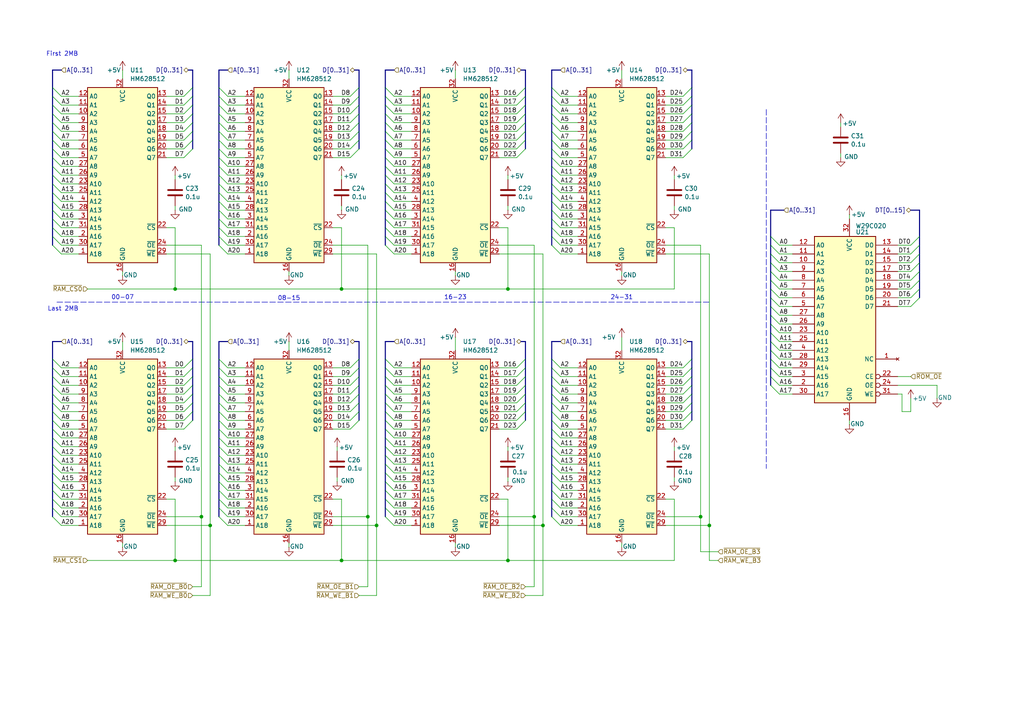
<source format=kicad_sch>
(kicad_sch (version 20250114) (generator "eeschema") (generator_version "9.0")
  (paper "A4")
  (title_block (title "486 Homebrew Computer") (date "2025-12-15") (rev "1 (sch 2.0)") (company "maniek86.xyz") (comment 1 "Total 4MB RAM (eight 512K SRAM chips). 32-bit"))
  (text "16-23" (at 132.08 86.36 0) (effects (font (size 1.27 1.27))))
  (text "First 2MB" (at 18.034 15.748 0) (effects (font (size 1.27 1.27))))
  (text "00-07" (at 35.56 86.36 0) (effects (font (size 1.27 1.27))))
  (text "24-31" (at 180.34 86.36 0) (effects (font (size 1.27 1.27))))
  (text "08-15" (at 83.82 86.614 0) (effects (font (size 1.27 1.27))))
  (text "Last 2MB" (at 18.288 89.662 0) (effects (font (size 1.27 1.27))))
  (junction (at 157.48 152.4))
  (junction (at 109.22 152.4))
  (junction (at 99.06 83.82))
  (junction (at 203.2 149.86))
  (junction (at 147.32 162.56))
  (junction (at 50.8 162.56))
  (junction (at 99.06 162.56))
  (junction (at 154.94 149.86))
  (junction (at 58.42 149.86))
  (junction (at 50.8 83.82))
  (junction (at 205.74 152.4))
  (junction (at 60.96 152.4))
  (junction (at 147.32 83.82))
  (junction (at 106.68 149.86))
  (bus_entry (at 226.06 88.9) (size -2.54 -2.54))
  (bus_entry (at 17.78 66.04) (size -2.54 -2.54))
  (bus_entry (at 114.3 149.86) (size -2.54 -2.54))
  (bus_entry (at 162.56 137.16) (size -2.54 -2.54))
  (bus_entry (at 162.56 66.04) (size -2.54 -2.54))
  (bus_entry (at 226.06 71.12) (size -2.54 -2.54))
  (bus_entry (at 149.86 114.3) (size 2.54 -2.54))
  (bus_entry (at 114.3 43.18) (size -2.54 -2.54))
  (bus_entry (at 226.06 76.2) (size -2.54 -2.54))
  (bus_entry (at 162.56 68.58) (size -2.54 -2.54))
  (bus_entry (at 53.34 30.48) (size 2.54 -2.54))
  (bus_entry (at 101.6 38.1) (size 2.54 -2.54))
  (bus_entry (at 162.56 43.18) (size -2.54 -2.54))
  (bus_entry (at 101.6 119.38) (size 2.54 -2.54))
  (bus_entry (at 101.6 40.64) (size 2.54 -2.54))
  (bus_entry (at 149.86 27.94) (size 2.54 -2.54))
  (bus_entry (at 17.78 48.26) (size -2.54 -2.54))
  (bus_entry (at 17.78 139.7) (size -2.54 -2.54))
  (bus_entry (at 198.12 106.68) (size 2.54 -2.54))
  (bus_entry (at 17.78 116.84) (size -2.54 -2.54))
  (bus_entry (at 66.04 71.12) (size -2.54 -2.54))
  (bus_entry (at 66.04 152.4) (size -2.54 -2.54))
  (bus_entry (at 162.56 119.38) (size -2.54 -2.54))
  (bus_entry (at 53.34 116.84) (size 2.54 -2.54))
  (bus_entry (at 162.56 144.78) (size -2.54 -2.54))
  (bus_entry (at 162.56 48.26) (size -2.54 -2.54))
  (bus_entry (at 17.78 132.08) (size -2.54 -2.54))
  (bus_entry (at 198.12 43.18) (size 2.54 -2.54))
  (bus_entry (at 114.3 144.78) (size -2.54 -2.54))
  (bus_entry (at 149.86 119.38) (size 2.54 -2.54))
  (bus_entry (at 66.04 124.46) (size -2.54 -2.54))
  (bus_entry (at 162.56 114.3) (size -2.54 -2.54))
  (bus_entry (at 226.06 109.22) (size -2.54 -2.54))
  (bus_entry (at 66.04 55.88) (size -2.54 -2.54))
  (bus_entry (at 149.86 111.76) (size 2.54 -2.54))
  (bus_entry (at 198.12 114.3) (size 2.54 -2.54))
  (bus_entry (at 226.06 101.6) (size -2.54 -2.54))
  (bus_entry (at 264.16 83.82) (size 2.54 -2.54))
  (bus_entry (at 162.56 33.02) (size -2.54 -2.54))
  (bus_entry (at 149.86 38.1) (size 2.54 -2.54))
  (bus_entry (at 17.78 106.68) (size -2.54 -2.54))
  (bus_entry (at 53.34 119.38) (size 2.54 -2.54))
  (bus_entry (at 17.78 124.46) (size -2.54 -2.54))
  (bus_entry (at 114.3 119.38) (size -2.54 -2.54))
  (bus_entry (at 17.78 45.72) (size -2.54 -2.54))
  (bus_entry (at 114.3 129.54) (size -2.54 -2.54))
  (bus_entry (at 114.3 71.12) (size -2.54 -2.54))
  (bus_entry (at 149.86 33.02) (size 2.54 -2.54))
  (bus_entry (at 66.04 106.68) (size -2.54 -2.54))
  (bus_entry (at 66.04 43.18) (size -2.54 -2.54))
  (bus_entry (at 53.34 106.68) (size 2.54 -2.54))
  (bus_entry (at 66.04 109.22) (size -2.54 -2.54))
  (bus_entry (at 101.6 116.84) (size 2.54 -2.54))
  (bus_entry (at 17.78 121.92) (size -2.54 -2.54))
  (bus_entry (at 17.78 152.4) (size -2.54 -2.54))
  (bus_entry (at 17.78 40.64) (size -2.54 -2.54))
  (bus_entry (at 17.78 58.42) (size -2.54 -2.54))
  (bus_entry (at 66.04 35.56) (size -2.54 -2.54))
  (bus_entry (at 66.04 30.48) (size -2.54 -2.54))
  (bus_entry (at 17.78 142.24) (size -2.54 -2.54))
  (bus_entry (at 162.56 35.56) (size -2.54 -2.54))
  (bus_entry (at 226.06 91.44) (size -2.54 -2.54))
  (bus_entry (at 17.78 119.38) (size -2.54 -2.54))
  (bus_entry (at 17.78 30.48) (size -2.54 -2.54))
  (bus_entry (at 114.3 60.96) (size -2.54 -2.54))
  (bus_entry (at 198.12 121.92) (size 2.54 -2.54))
  (bus_entry (at 101.6 30.48) (size 2.54 -2.54))
  (bus_entry (at 66.04 116.84) (size -2.54 -2.54))
  (bus_entry (at 53.34 111.76) (size 2.54 -2.54))
  (bus_entry (at 198.12 27.94) (size 2.54 -2.54))
  (bus_entry (at 162.56 147.32) (size -2.54 -2.54))
  (bus_entry (at 114.3 53.34) (size -2.54 -2.54))
  (bus_entry (at 66.04 132.08) (size -2.54 -2.54))
  (bus_entry (at 53.34 38.1) (size 2.54 -2.54))
  (bus_entry (at 66.04 114.3) (size -2.54 -2.54))
  (bus_entry (at 114.3 137.16) (size -2.54 -2.54))
  (bus_entry (at 66.04 119.38) (size -2.54 -2.54))
  (bus_entry (at 149.86 45.72) (size 2.54 -2.54))
  (bus_entry (at 114.3 116.84) (size -2.54 -2.54))
  (bus_entry (at 198.12 45.72) (size 2.54 -2.54))
  (bus_entry (at 149.86 116.84) (size 2.54 -2.54))
  (bus_entry (at 226.06 96.52) (size -2.54 -2.54))
  (bus_entry (at 198.12 33.02) (size 2.54 -2.54))
  (bus_entry (at 114.3 142.24) (size -2.54 -2.54))
  (bus_entry (at 162.56 109.22) (size -2.54 -2.54))
  (bus_entry (at 162.56 129.54) (size -2.54 -2.54))
  (bus_entry (at 114.3 35.56) (size -2.54 -2.54))
  (bus_entry (at 66.04 38.1) (size -2.54 -2.54))
  (bus_entry (at 66.04 53.34) (size -2.54 -2.54))
  (bus_entry (at 149.86 124.46) (size 2.54 -2.54))
  (bus_entry (at 53.34 43.18) (size 2.54 -2.54))
  (bus_entry (at 66.04 33.02) (size -2.54 -2.54))
  (bus_entry (at 149.86 109.22) (size 2.54 -2.54))
  (bus_entry (at 162.56 71.12) (size -2.54 -2.54))
  (bus_entry (at 101.6 33.02) (size 2.54 -2.54))
  (bus_entry (at 17.78 71.12) (size -2.54 -2.54))
  (bus_entry (at 162.56 73.66) (size -2.54 -2.54))
  (bus_entry (at 162.56 60.96) (size -2.54 -2.54))
  (bus_entry (at 66.04 144.78) (size -2.54 -2.54))
  (bus_entry (at 114.3 106.68) (size -2.54 -2.54))
  (bus_entry (at 114.3 38.1) (size -2.54 -2.54))
  (bus_entry (at 162.56 152.4) (size -2.54 -2.54))
  (bus_entry (at 114.3 134.62) (size -2.54 -2.54))
  (bus_entry (at 264.16 88.9) (size 2.54 -2.54))
  (bus_entry (at 162.56 132.08) (size -2.54 -2.54))
  (bus_entry (at 53.34 124.46) (size 2.54 -2.54))
  (bus_entry (at 226.06 86.36) (size -2.54 -2.54))
  (bus_entry (at 17.78 63.5) (size -2.54 -2.54))
  (bus_entry (at 17.78 35.56) (size -2.54 -2.54))
  (bus_entry (at 17.78 38.1) (size -2.54 -2.54))
  (bus_entry (at 101.6 111.76) (size 2.54 -2.54))
  (bus_entry (at 53.34 121.92) (size 2.54 -2.54))
  (bus_entry (at 17.78 114.3) (size -2.54 -2.54))
  (bus_entry (at 198.12 119.38) (size 2.54 -2.54))
  (bus_entry (at 17.78 137.16) (size -2.54 -2.54))
  (bus_entry (at 149.86 40.64) (size 2.54 -2.54))
  (bus_entry (at 149.86 35.56) (size 2.54 -2.54))
  (bus_entry (at 198.12 30.48) (size 2.54 -2.54))
  (bus_entry (at 53.34 35.56) (size 2.54 -2.54))
  (bus_entry (at 114.3 111.76) (size -2.54 -2.54))
  (bus_entry (at 149.86 106.68) (size 2.54 -2.54))
  (bus_entry (at 114.3 152.4) (size -2.54 -2.54))
  (bus_entry (at 53.34 45.72) (size 2.54 -2.54))
  (bus_entry (at 264.16 71.12) (size 2.54 -2.54))
  (bus_entry (at 226.06 114.3) (size -2.54 -2.54))
  (bus_entry (at 66.04 27.94) (size -2.54 -2.54))
  (bus_entry (at 162.56 142.24) (size -2.54 -2.54))
  (bus_entry (at 101.6 35.56) (size 2.54 -2.54))
  (bus_entry (at 226.06 106.68) (size -2.54 -2.54))
  (bus_entry (at 53.34 109.22) (size 2.54 -2.54))
  (bus_entry (at 114.3 58.42) (size -2.54 -2.54))
  (bus_entry (at 198.12 35.56) (size 2.54 -2.54))
  (bus_entry (at 114.3 127) (size -2.54 -2.54))
  (bus_entry (at 66.04 127) (size -2.54 -2.54))
  (bus_entry (at 114.3 124.46) (size -2.54 -2.54))
  (bus_entry (at 101.6 114.3) (size 2.54 -2.54))
  (bus_entry (at 114.3 55.88) (size -2.54 -2.54))
  (bus_entry (at 264.16 81.28) (size 2.54 -2.54))
  (bus_entry (at 198.12 124.46) (size 2.54 -2.54))
  (bus_entry (at 162.56 121.92) (size -2.54 -2.54))
  (bus_entry (at 17.78 27.94) (size -2.54 -2.54))
  (bus_entry (at 114.3 139.7) (size -2.54 -2.54))
  (bus_entry (at 198.12 40.64) (size 2.54 -2.54))
  (bus_entry (at 66.04 60.96) (size -2.54 -2.54))
  (bus_entry (at 114.3 73.66) (size -2.54 -2.54))
  (bus_entry (at 17.78 33.02) (size -2.54 -2.54))
  (bus_entry (at 198.12 116.84) (size 2.54 -2.54))
  (bus_entry (at 114.3 68.58) (size -2.54 -2.54))
  (bus_entry (at 17.78 134.62) (size -2.54 -2.54))
  (bus_entry (at 53.34 114.3) (size 2.54 -2.54))
  (bus_entry (at 149.86 43.18) (size 2.54 -2.54))
  (bus_entry (at 226.06 78.74) (size -2.54 -2.54))
  (bus_entry (at 53.34 40.64) (size 2.54 -2.54))
  (bus_entry (at 162.56 149.86) (size -2.54 -2.54))
  (bus_entry (at 264.16 86.36) (size 2.54 -2.54))
  (bus_entry (at 114.3 63.5) (size -2.54 -2.54))
  (bus_entry (at 264.16 73.66) (size 2.54 -2.54))
  (bus_entry (at 66.04 139.7) (size -2.54 -2.54))
  (bus_entry (at 66.04 111.76) (size -2.54 -2.54))
  (bus_entry (at 66.04 40.64) (size -2.54 -2.54))
  (bus_entry (at 66.04 73.66) (size -2.54 -2.54))
  (bus_entry (at 162.56 55.88) (size -2.54 -2.54))
  (bus_entry (at 114.3 132.08) (size -2.54 -2.54))
  (bus_entry (at 226.06 73.66) (size -2.54 -2.54))
  (bus_entry (at 17.78 149.86) (size -2.54 -2.54))
  (bus_entry (at 101.6 43.18) (size 2.54 -2.54))
  (bus_entry (at 264.16 78.74) (size 2.54 -2.54))
  (bus_entry (at 114.3 66.04) (size -2.54 -2.54))
  (bus_entry (at 17.78 53.34) (size -2.54 -2.54))
  (bus_entry (at 17.78 111.76) (size -2.54 -2.54))
  (bus_entry (at 162.56 111.76) (size -2.54 -2.54))
  (bus_entry (at 162.56 134.62) (size -2.54 -2.54))
  (bus_entry (at 114.3 33.02) (size -2.54 -2.54))
  (bus_entry (at 114.3 147.32) (size -2.54 -2.54))
  (bus_entry (at 17.78 109.22) (size -2.54 -2.54))
  (bus_entry (at 162.56 58.42) (size -2.54 -2.54))
  (bus_entry (at 162.56 38.1) (size -2.54 -2.54))
  (bus_entry (at 53.34 33.02) (size 2.54 -2.54))
  (bus_entry (at 66.04 147.32) (size -2.54 -2.54))
  (bus_entry (at 114.3 114.3) (size -2.54 -2.54))
  (bus_entry (at 226.06 99.06) (size -2.54 -2.54))
  (bus_entry (at 101.6 106.68) (size 2.54 -2.54))
  (bus_entry (at 162.56 30.48) (size -2.54 -2.54))
  (bus_entry (at 226.06 83.82) (size -2.54 -2.54))
  (bus_entry (at 162.56 53.34) (size -2.54 -2.54))
  (bus_entry (at 162.56 45.72) (size -2.54 -2.54))
  (bus_entry (at 66.04 142.24) (size -2.54 -2.54))
  (bus_entry (at 53.34 27.94) (size 2.54 -2.54))
  (bus_entry (at 114.3 45.72) (size -2.54 -2.54))
  (bus_entry (at 66.04 129.54) (size -2.54 -2.54))
  (bus_entry (at 66.04 48.26) (size -2.54 -2.54))
  (bus_entry (at 162.56 127) (size -2.54 -2.54))
  (bus_entry (at 264.16 76.2) (size 2.54 -2.54))
  (bus_entry (at 114.3 109.22) (size -2.54 -2.54))
  (bus_entry (at 114.3 27.94) (size -2.54 -2.54))
  (bus_entry (at 17.78 127) (size -2.54 -2.54))
  (bus_entry (at 162.56 63.5) (size -2.54 -2.54))
  (bus_entry (at 198.12 111.76) (size 2.54 -2.54))
  (bus_entry (at 101.6 45.72) (size 2.54 -2.54))
  (bus_entry (at 101.6 27.94) (size 2.54 -2.54))
  (bus_entry (at 66.04 134.62) (size -2.54 -2.54))
  (bus_entry (at 66.04 58.42) (size -2.54 -2.54))
  (bus_entry (at 17.78 43.18) (size -2.54 -2.54))
  (bus_entry (at 198.12 38.1) (size 2.54 -2.54))
  (bus_entry (at 162.56 124.46) (size -2.54 -2.54))
  (bus_entry (at 162.56 116.84) (size -2.54 -2.54))
  (bus_entry (at 66.04 45.72) (size -2.54 -2.54))
  (bus_entry (at 17.78 50.8) (size -2.54 -2.54))
  (bus_entry (at 162.56 106.68) (size -2.54 -2.54))
  (bus_entry (at 101.6 124.46) (size 2.54 -2.54))
  (bus_entry (at 66.04 149.86) (size -2.54 -2.54))
  (bus_entry (at 66.04 66.04) (size -2.54 -2.54))
  (bus_entry (at 66.04 121.92) (size -2.54 -2.54))
  (bus_entry (at 17.78 55.88) (size -2.54 -2.54))
  (bus_entry (at 198.12 109.22) (size 2.54 -2.54))
  (bus_entry (at 101.6 121.92) (size 2.54 -2.54))
  (bus_entry (at 17.78 129.54) (size -2.54 -2.54))
  (bus_entry (at 226.06 93.98) (size -2.54 -2.54))
  (bus_entry (at 17.78 73.66) (size -2.54 -2.54))
  (bus_entry (at 114.3 121.92) (size -2.54 -2.54))
  (bus_entry (at 149.86 121.92) (size 2.54 -2.54))
  (bus_entry (at 149.86 30.48) (size 2.54 -2.54))
  (bus_entry (at 66.04 137.16) (size -2.54 -2.54))
  (bus_entry (at 17.78 68.58) (size -2.54 -2.54))
  (bus_entry (at 162.56 139.7) (size -2.54 -2.54))
  (bus_entry (at 17.78 144.78) (size -2.54 -2.54))
  (bus_entry (at 114.3 30.48) (size -2.54 -2.54))
  (bus_entry (at 226.06 81.28) (size -2.54 -2.54))
  (bus_entry (at 162.56 40.64) (size -2.54 -2.54))
  (bus_entry (at 226.06 111.76) (size -2.54 -2.54))
  (bus_entry (at 101.6 109.22) (size 2.54 -2.54))
  (bus_entry (at 226.06 104.14) (size -2.54 -2.54))
  (bus_entry (at 66.04 68.58) (size -2.54 -2.54))
  (bus_entry (at 17.78 60.96) (size -2.54 -2.54))
  (bus_entry (at 114.3 40.64) (size -2.54 -2.54))
  (bus_entry (at 162.56 27.94) (size -2.54 -2.54))
  (bus_entry (at 162.56 50.8) (size -2.54 -2.54))
  (bus_entry (at 66.04 63.5) (size -2.54 -2.54))
  (bus_entry (at 114.3 50.8) (size -2.54 -2.54))
  (bus_entry (at 114.3 48.26) (size -2.54 -2.54))
  (bus_entry (at 66.04 50.8) (size -2.54 -2.54))
  (bus_entry (at 17.78 147.32) (size -2.54 -2.54))
  (wire (pts (xy 48.26 33.02) (xy 53.34 33.02)))
  (wire (pts (xy 144.78 109.22) (xy 149.86 109.22)))
  (bus (pts (xy 111.76 35.56) (xy 111.76 33.02)))
  (wire (pts (xy 50.8 138.43) (xy 50.8 139.7)))
  (bus (pts (xy 199.39 99.06) (xy 200.66 99.06)))
  (bus (pts (xy 151.13 20.32) (xy 152.4 20.32)))
  (bus (pts (xy 111.76 99.06) (xy 114.3 99.06)))
  (wire (pts (xy 96.52 27.94) (xy 101.6 27.94)))
  (wire (pts (xy 144.78 152.4) (xy 157.48 152.4)))
  (wire (pts (xy 35.56 20.32) (xy 35.56 22.86)))
  (wire (pts (xy 17.78 144.78) (xy 22.86 144.78)))
  (wire (pts (xy 58.42 71.12) (xy 58.42 149.86)))
  (bus (pts (xy 63.5 25.4) (xy 63.5 20.32)))
  (bus (pts (xy 63.5 124.46) (xy 63.5 121.92)))
  (wire (pts (xy 114.3 137.16) (xy 119.38 137.16)))
  (wire (pts (xy 147.32 83.82) (xy 195.58 83.82)))
  (bus (pts (xy 15.24 139.7) (xy 15.24 137.16)))
  (wire (pts (xy 66.04 124.46) (xy 71.12 124.46)))
  (bus (pts (xy 102.87 99.06) (xy 104.14 99.06)))
  (wire (pts (xy 162.56 139.7) (xy 167.64 139.7)))
  (wire (pts (xy 154.94 149.86) (xy 154.94 170.18)))
  (bus (pts (xy 223.52 93.98) (xy 223.52 91.44)))
  (bus (pts (xy 266.7 81.28) (xy 266.7 78.74)))
  (wire (pts (xy 114.3 127) (xy 119.38 127)))
  (wire (pts (xy 193.04 124.46) (xy 198.12 124.46)))
  (bus (pts (xy 200.66 116.84) (xy 200.66 114.3)))
  (bus (pts (xy 200.66 119.38) (xy 200.66 116.84)))
  (bus (pts (xy 160.02 144.78) (xy 160.02 142.24)))
  (bus (pts (xy 63.5 71.12) (xy 63.5 68.58)))
  (bus (pts (xy 54.61 99.06) (xy 55.88 99.06)))
  (bus (pts (xy 15.24 38.1) (xy 15.24 35.56)))
  (wire (pts (xy 66.04 35.56) (xy 71.12 35.56)))
  (wire (pts (xy 260.35 109.22) (xy 264.16 109.22)))
  (bus (pts (xy 111.76 134.62) (xy 111.76 132.08)))
  (wire (pts (xy 260.35 114.3) (xy 261.62 114.3)))
  (wire (pts (xy 144.78 40.64) (xy 149.86 40.64)))
  (wire (pts (xy 180.34 157.48) (xy 180.34 158.75)))
  (bus (pts (xy 160.02 99.06) (xy 162.56 99.06)))
  (wire (pts (xy 114.3 144.78) (xy 119.38 144.78)))
  (bus (pts (xy 15.24 119.38) (xy 15.24 116.84)))
  (bus (pts (xy 223.52 78.74) (xy 223.52 76.2)))
  (wire (pts (xy 114.3 111.76) (xy 119.38 111.76)))
  (wire (pts (xy 147.32 59.69) (xy 147.32 60.96)))
  (wire (pts (xy 17.78 53.34) (xy 22.86 53.34)))
  (wire (pts (xy 147.32 162.56) (xy 195.58 162.56)))
  (bus (pts (xy 111.76 109.22) (xy 111.76 106.68)))
  (wire (pts (xy 114.3 33.02) (xy 119.38 33.02)))
  (wire (pts (xy 48.26 152.4) (xy 60.96 152.4)))
  (bus (pts (xy 104.14 104.14) (xy 104.14 99.06)))
  (wire (pts (xy 114.3 124.46) (xy 119.38 124.46)))
  (wire (pts (xy 132.08 157.48) (xy 132.08 158.75)))
  (wire (pts (xy 96.52 114.3) (xy 101.6 114.3)))
  (bus (pts (xy 63.5 35.56) (xy 63.5 33.02)))
  (wire (pts (xy 114.3 116.84) (xy 119.38 116.84)))
  (wire (pts (xy 203.2 149.86) (xy 203.2 160.02)))
  (bus (pts (xy 200.66 121.92) (xy 200.66 119.38)))
  (bus (pts (xy 160.02 40.64) (xy 160.02 38.1)))
  (wire (pts (xy 193.04 30.48) (xy 198.12 30.48)))
  (wire (pts (xy 246.38 62.23) (xy 246.38 63.5)))
  (bus (pts (xy 152.4 25.4) (xy 152.4 20.32)))
  (bus (pts (xy 104.14 114.3) (xy 104.14 111.76)))
  (wire (pts (xy 162.56 50.8) (xy 167.64 50.8)))
  (wire (pts (xy 60.96 73.66) (xy 60.96 152.4)))
  (wire (pts (xy 96.52 40.64) (xy 101.6 40.64)))
  (wire (pts (xy 114.3 106.68) (xy 119.38 106.68)))
  (wire (pts (xy 17.78 111.76) (xy 22.86 111.76)))
  (wire (pts (xy 48.26 111.76) (xy 53.34 111.76)))
  (wire (pts (xy 261.62 119.38) (xy 264.16 119.38)))
  (wire (pts (xy 114.3 43.18) (xy 119.38 43.18)))
  (wire (pts (xy 104.14 172.72) (xy 109.22 172.72)))
  (bus (pts (xy 160.02 114.3) (xy 160.02 111.76)))
  (bus (pts (xy 63.5 38.1) (xy 63.5 35.56)))
  (bus (pts (xy 200.66 30.48) (xy 200.66 27.94)))
  (bus (pts (xy 160.02 111.76) (xy 160.02 109.22)))
  (wire (pts (xy 162.56 142.24) (xy 167.64 142.24)))
  (wire (pts (xy 66.04 27.94) (xy 71.12 27.94)))
  (bus (pts (xy 63.5 66.04) (xy 63.5 63.5)))
  (bus (pts (xy 104.14 121.92) (xy 104.14 119.38)))
  (wire (pts (xy 114.3 55.88) (xy 119.38 55.88)))
  (wire (pts (xy 147.32 66.04) (xy 147.32 83.82)))
  (wire (pts (xy 193.04 73.66) (xy 205.74 73.66)))
  (wire (pts (xy 226.06 93.98) (xy 229.87 93.98)))
  (bus (pts (xy 111.76 27.94) (xy 111.76 25.4)))
  (wire (pts (xy 48.26 45.72) (xy 53.34 45.72)))
  (bus (pts (xy 223.52 96.52) (xy 223.52 93.98)))
  (bus (pts (xy 104.14 33.02) (xy 104.14 30.48)))
  (bus (pts (xy 152.4 38.1) (xy 152.4 35.56)))
  (wire (pts (xy 109.22 73.66) (xy 109.22 152.4)))
  (wire (pts (xy 17.78 33.02) (xy 22.86 33.02)))
  (wire (pts (xy 114.3 40.64) (xy 119.38 40.64)))
  (wire (pts (xy 96.52 106.68) (xy 101.6 106.68)))
  (wire (pts (xy 144.78 38.1) (xy 149.86 38.1)))
  (wire (pts (xy 66.04 40.64) (xy 71.12 40.64)))
  (bus (pts (xy 223.52 83.82) (xy 223.52 81.28)))
  (wire (pts (xy 260.35 88.9) (xy 264.16 88.9)))
  (wire (pts (xy 17.78 40.64) (xy 22.86 40.64)))
  (wire (pts (xy 193.04 109.22) (xy 198.12 109.22)))
  (bus (pts (xy 15.24 45.72) (xy 15.24 43.18)))
  (wire (pts (xy 162.56 137.16) (xy 167.64 137.16)))
  (bus (pts (xy 160.02 60.96) (xy 160.02 58.42)))
  (bus (pts (xy 111.76 63.5) (xy 111.76 60.96)))
  (wire (pts (xy 66.04 137.16) (xy 71.12 137.16)))
  (wire (pts (xy 17.78 132.08) (xy 22.86 132.08)))
  (wire (pts (xy 66.04 149.86) (xy 71.12 149.86)))
  (wire (pts (xy 226.06 106.68) (xy 229.87 106.68)))
  (bus (pts (xy 199.39 20.32) (xy 200.66 20.32)))
  (wire (pts (xy 66.04 121.92) (xy 71.12 121.92)))
  (bus (pts (xy 55.88 33.02) (xy 55.88 30.48)))
  (wire (pts (xy 226.06 99.06) (xy 229.87 99.06)))
  (wire (pts (xy 50.8 59.69) (xy 50.8 60.96)))
  (wire (pts (xy 83.82 20.32) (xy 83.82 22.86)))
  (wire (pts (xy 55.88 172.72) (xy 60.96 172.72)))
  (wire (pts (xy 162.56 124.46) (xy 167.64 124.46)))
  (bus (pts (xy 266.7 83.82) (xy 266.7 81.28)))
  (wire (pts (xy 144.78 106.68) (xy 149.86 106.68)))
  (wire (pts (xy 162.56 119.38) (xy 167.64 119.38)))
  (bus (pts (xy 152.4 114.3) (xy 152.4 111.76)))
  (wire (pts (xy 48.26 124.46) (xy 53.34 124.46)))
  (bus (pts (xy 160.02 33.02) (xy 160.02 30.48)))
  (bus (pts (xy 111.76 132.08) (xy 111.76 129.54)))
  (wire (pts (xy 243.84 44.45) (xy 243.84 45.72)))
  (wire (pts (xy 35.56 78.74) (xy 35.56 80.01)))
  (wire (pts (xy 66.04 63.5) (xy 71.12 63.5)))
  (bus (pts (xy 55.88 121.92) (xy 55.88 119.38)))
  (wire (pts (xy 66.04 60.96) (xy 71.12 60.96)))
  (bus (pts (xy 55.88 25.4) (xy 55.88 20.32)))
  (bus (pts (xy 160.02 71.12) (xy 160.02 68.58)))
  (bus (pts (xy 160.02 124.46) (xy 160.02 121.92)))
  (wire (pts (xy 162.56 63.5) (xy 167.64 63.5)))
  (bus (pts (xy 104.14 38.1) (xy 104.14 35.56)))
  (wire (pts (xy 114.3 152.4) (xy 119.38 152.4)))
  (bus (pts (xy 63.5 139.7) (xy 63.5 137.16)))
  (bus (pts (xy 152.4 121.92) (xy 152.4 119.38)))
  (bus (pts (xy 111.76 106.68) (xy 111.76 104.14)))
  (wire (pts (xy 66.04 152.4) (xy 71.12 152.4)))
  (bus (pts (xy 63.5 45.72) (xy 63.5 43.18)))
  (wire (pts (xy 114.3 147.32) (xy 119.38 147.32)))
  (wire (pts (xy 17.78 55.88) (xy 22.86 55.88)))
  (bus (pts (xy 63.5 132.08) (xy 63.5 129.54)))
  (bus (pts (xy 160.02 139.7) (xy 160.02 137.16)))
  (wire (pts (xy 66.04 55.88) (xy 71.12 55.88)))
  (wire (pts (xy 50.8 129.54) (xy 50.8 130.81)))
  (bus (pts (xy 111.76 127) (xy 111.76 124.46)))
  (wire (pts (xy 264.16 119.38) (xy 264.16 115.57)))
  (wire (pts (xy 48.26 30.48) (xy 53.34 30.48)))
  (wire (pts (xy 99.06 66.04) (xy 99.06 83.82)))
  (wire (pts (xy 114.3 30.48) (xy 119.38 30.48)))
  (bus (pts (xy 111.76 38.1) (xy 111.76 35.56)))
  (bus (pts (xy 111.76 114.3) (xy 111.76 111.76)))
  (wire (pts (xy 144.78 27.94) (xy 149.86 27.94)))
  (wire (pts (xy 66.04 139.7) (xy 71.12 139.7)))
  (bus (pts (xy 160.02 63.5) (xy 160.02 60.96)))
  (bus (pts (xy 152.4 116.84) (xy 152.4 114.3)))
  (wire (pts (xy 193.04 38.1) (xy 198.12 38.1)))
  (wire (pts (xy 162.56 40.64) (xy 167.64 40.64)))
  (bus (pts (xy 266.7 78.74) (xy 266.7 76.2)))
  (wire (pts (xy 96.52 43.18) (xy 101.6 43.18)))
  (bus (pts (xy 63.5 116.84) (xy 63.5 114.3)))
  (wire (pts (xy 180.34 80.01) (xy 180.34 78.74)))
  (wire (pts (xy 66.04 73.66) (xy 71.12 73.66)))
  (bus (pts (xy 200.66 111.76) (xy 200.66 109.22)))
  (bus (pts (xy 104.14 40.64) (xy 104.14 38.1)))
  (bus (pts (xy 15.24 142.24) (xy 15.24 139.7)))
  (bus (pts (xy 15.24 66.04) (xy 15.24 63.5)))
  (bus (pts (xy 111.76 149.86) (xy 111.76 147.32)))
  (wire (pts (xy 50.8 66.04) (xy 50.8 83.82)))
  (wire (pts (xy 66.04 134.62) (xy 71.12 134.62)))
  (wire (pts (xy 66.04 38.1) (xy 71.12 38.1)))
  (wire (pts (xy 144.78 124.46) (xy 149.86 124.46)))
  (bus (pts (xy 152.4 30.48) (xy 152.4 27.94)))
  (wire (pts (xy 261.62 114.3) (xy 261.62 119.38)))
  (wire (pts (xy 154.94 71.12) (xy 154.94 149.86)))
  (bus (pts (xy 15.24 33.02) (xy 15.24 30.48)))
  (wire (pts (xy 193.04 71.12) (xy 203.2 71.12)))
  (wire (pts (xy 162.56 73.66) (xy 167.64 73.66)))
  (wire (pts (xy 17.78 147.32) (xy 22.86 147.32)))
  (bus (pts (xy 160.02 50.8) (xy 160.02 48.26)))
  (bus (pts (xy 160.02 58.42) (xy 160.02 55.88)))
  (wire (pts (xy 50.8 162.56) (xy 99.06 162.56)))
  (bus (pts (xy 63.5 30.48) (xy 63.5 27.94)))
  (bus (pts (xy 160.02 149.86) (xy 160.02 147.32)))
  (wire (pts (xy 157.48 73.66) (xy 157.48 152.4)))
  (bus (pts (xy 63.5 121.92) (xy 63.5 119.38)))
  (bus (pts (xy 200.66 38.1) (xy 200.66 35.56)))
  (bus (pts (xy 266.7 73.66) (xy 266.7 71.12)))
  (bus (pts (xy 223.52 71.12) (xy 223.52 68.58)))
  (bus (pts (xy 104.14 111.76) (xy 104.14 109.22)))
  (wire (pts (xy 106.68 149.86) (xy 106.68 170.18)))
  (wire (pts (xy 66.04 43.18) (xy 71.12 43.18)))
  (wire (pts (xy 48.26 71.12) (xy 58.42 71.12)))
  (bus (pts (xy 152.4 119.38) (xy 152.4 116.84)))
  (wire (pts (xy 66.04 48.26) (xy 71.12 48.26)))
  (wire (pts (xy 203.2 71.12) (xy 203.2 149.86)))
  (bus (pts (xy 104.14 106.68) (xy 104.14 104.14)))
  (wire (pts (xy 99.06 144.78) (xy 99.06 162.56)))
  (wire (pts (xy 162.56 147.32) (xy 167.64 147.32)))
  (wire (pts (xy 17.78 30.48) (xy 22.86 30.48)))
  (bus (pts (xy 15.24 127) (xy 15.24 124.46)))
  (bus (pts (xy 111.76 144.78) (xy 111.76 142.24)))
  (bus (pts (xy 111.76 119.38) (xy 111.76 116.84)))
  (wire (pts (xy 162.56 127) (xy 167.64 127)))
  (bus (pts (xy 63.5 33.02) (xy 63.5 30.48)))
  (wire (pts (xy 152.4 170.18) (xy 154.94 170.18)))
  (wire (pts (xy 114.3 114.3) (xy 119.38 114.3)))
  (bus (pts (xy 15.24 106.68) (xy 15.24 104.14)))
  (bus (pts (xy 160.02 109.22) (xy 160.02 106.68)))
  (bus (pts (xy 55.88 111.76) (xy 55.88 109.22)))
  (wire (pts (xy 114.3 35.56) (xy 119.38 35.56)))
  (wire (pts (xy 114.3 38.1) (xy 119.38 38.1)))
  (wire (pts (xy 97.79 129.54) (xy 97.79 130.81)))
  (wire (pts (xy 144.78 111.76) (xy 149.86 111.76)))
  (wire (pts (xy 96.52 119.38) (xy 101.6 119.38)))
  (wire (pts (xy 193.04 35.56) (xy 198.12 35.56)))
  (bus (pts (xy 160.02 106.68) (xy 160.02 104.14)))
  (bus (pts (xy 160.02 127) (xy 160.02 124.46)))
  (wire (pts (xy 132.08 78.74) (xy 132.08 80.01)))
  (wire (pts (xy 193.04 33.02) (xy 198.12 33.02)))
  (wire (pts (xy 48.26 27.94) (xy 53.34 27.94)))
  (bus (pts (xy 55.88 27.94) (xy 55.88 25.4)))
  (bus (pts (xy 63.5 114.3) (xy 63.5 111.76)))
  (wire (pts (xy 193.04 106.68) (xy 198.12 106.68)))
  (wire (pts (xy 66.04 116.84) (xy 71.12 116.84)))
  (bus (pts (xy 111.76 124.46) (xy 111.76 121.92)))
  (wire (pts (xy 132.08 97.79) (xy 132.08 101.6)))
  (bus (pts (xy 55.88 38.1) (xy 55.88 35.56)))
  (bus (pts (xy 63.5 58.42) (xy 63.5 55.88)))
  (wire (pts (xy 96.52 116.84) (xy 101.6 116.84)))
  (wire (pts (xy 162.56 60.96) (xy 167.64 60.96)))
  (bus (pts (xy 200.66 109.22) (xy 200.66 106.68)))
  (wire (pts (xy 144.78 116.84) (xy 149.86 116.84)))
  (bus (pts (xy 104.14 27.94) (xy 104.14 25.4)))
  (wire (pts (xy 66.04 33.02) (xy 71.12 33.02)))
  (bus (pts (xy 63.5 109.22) (xy 63.5 106.68)))
  (wire (pts (xy 162.56 27.94) (xy 167.64 27.94)))
  (wire (pts (xy 35.56 99.06) (xy 35.56 101.6)))
  (wire (pts (xy 144.78 71.12) (xy 154.94 71.12)))
  (wire (pts (xy 17.78 48.26) (xy 22.86 48.26)))
  (bus (pts (xy 200.66 114.3) (xy 200.66 111.76)))
  (bus (pts (xy 104.14 30.48) (xy 104.14 27.94)))
  (bus (pts (xy 200.66 43.18) (xy 200.66 40.64)))
  (wire (pts (xy 152.4 172.72) (xy 157.48 172.72)))
  (wire (pts (xy 144.78 119.38) (xy 149.86 119.38)))
  (bus (pts (xy 223.52 91.44) (xy 223.52 88.9)))
  (wire (pts (xy 260.35 73.66) (xy 264.16 73.66)))
  (wire (pts (xy 226.06 83.82) (xy 229.87 83.82)))
  (bus (pts (xy 63.5 60.96) (xy 63.5 58.42)))
  (wire (pts (xy 144.78 114.3) (xy 149.86 114.3)))
  (wire (pts (xy 226.06 91.44) (xy 229.87 91.44)))
  (wire (pts (xy 48.26 73.66) (xy 60.96 73.66)))
  (bus (pts (xy 200.66 25.4) (xy 200.66 20.32)))
  (wire (pts (xy 162.56 152.4) (xy 167.64 152.4)))
  (bus (pts (xy 55.88 104.14) (xy 55.88 99.06)))
  (bus (pts (xy 15.24 99.06) (xy 17.78 99.06)))
  (wire (pts (xy 17.78 73.66) (xy 22.86 73.66)))
  (bus (pts (xy 160.02 121.92) (xy 160.02 119.38)))
  (bus (pts (xy 15.24 53.34) (xy 15.24 50.8)))
  (bus (pts (xy 160.02 147.32) (xy 160.02 144.78)))
  (bus (pts (xy 63.5 129.54) (xy 63.5 127)))
  (wire (pts (xy 25.4 83.82) (xy 50.8 83.82)))
  (wire (pts (xy 132.08 20.32) (xy 132.08 22.86)))
  (wire (pts (xy 243.84 35.56) (xy 243.84 36.83)))
  (bus (pts (xy 111.76 20.32) (xy 114.3 20.32)))
  (wire (pts (xy 17.78 124.46) (xy 22.86 124.46)))
  (wire (pts (xy 66.04 132.08) (xy 71.12 132.08)))
  (bus (pts (xy 63.5 99.06) (xy 66.04 99.06)))
  (wire (pts (xy 66.04 147.32) (xy 71.12 147.32)))
  (wire (pts (xy 48.26 114.3) (xy 53.34 114.3)))
  (bus (pts (xy 111.76 111.76) (xy 111.76 109.22)))
  (wire (pts (xy 195.58 144.78) (xy 193.04 144.78)))
  (wire (pts (xy 83.82 99.06) (xy 83.82 101.6)))
  (bus (pts (xy 111.76 40.64) (xy 111.76 38.1)))
  (bus (pts (xy 223.52 68.58) (xy 223.52 60.96)))
  (wire (pts (xy 114.3 132.08) (xy 119.38 132.08)))
  (wire (pts (xy 162.56 106.68) (xy 167.64 106.68)))
  (bus (pts (xy 15.24 48.26) (xy 15.24 45.72)))
  (wire (pts (xy 17.78 137.16) (xy 22.86 137.16)))
  (bus (pts (xy 111.76 139.7) (xy 111.76 137.16)))
  (wire (pts (xy 162.56 58.42) (xy 167.64 58.42)))
  (wire (pts (xy 114.3 71.12) (xy 119.38 71.12)))
  (bus (pts (xy 152.4 35.56) (xy 152.4 33.02)))
  (bus (pts (xy 160.02 55.88) (xy 160.02 53.34)))
  (wire (pts (xy 66.04 106.68) (xy 71.12 106.68)))
  (wire (pts (xy 226.06 111.76) (xy 229.87 111.76)))
  (wire (pts (xy 260.35 76.2) (xy 264.16 76.2)))
  (wire (pts (xy 208.28 160.02) (xy 203.2 160.02)))
  (wire (pts (xy 50.8 50.8) (xy 50.8 52.07)))
  (bus (pts (xy 63.5 68.58) (xy 63.5 66.04)))
  (wire (pts (xy 66.04 45.72) (xy 71.12 45.72)))
  (wire (pts (xy 162.56 45.72) (xy 167.64 45.72)))
  (wire (pts (xy 226.06 71.12) (xy 229.87 71.12)))
  (bus (pts (xy 111.76 30.48) (xy 111.76 27.94)))
  (wire (pts (xy 162.56 109.22) (xy 167.64 109.22)))
  (bus (pts (xy 152.4 104.14) (xy 152.4 99.06)))
  (bus (pts (xy 160.02 68.58) (xy 160.02 66.04)))
  (bus (pts (xy 151.13 99.06) (xy 152.4 99.06)))
  (wire (pts (xy 193.04 152.4) (xy 205.74 152.4)))
  (bus (pts (xy 223.52 60.96) (xy 227.33 60.96)))
  (bus (pts (xy 15.24 134.62) (xy 15.24 132.08)))
  (wire (pts (xy 109.22 152.4) (xy 109.22 172.72)))
  (bus (pts (xy 15.24 55.88) (xy 15.24 53.34)))
  (bus (pts (xy 111.76 104.14) (xy 111.76 99.06)))
  (wire (pts (xy 58.42 149.86) (xy 58.42 170.18)))
  (wire (pts (xy 17.78 142.24) (xy 22.86 142.24)))
  (wire (pts (xy 260.35 78.74) (xy 264.16 78.74)))
  (wire (pts (xy 114.3 129.54) (xy 119.38 129.54)))
  (wire (pts (xy 260.35 86.36) (xy 264.16 86.36)))
  (wire (pts (xy 114.3 68.58) (xy 119.38 68.58)))
  (wire (pts (xy 162.56 121.92) (xy 167.64 121.92)))
  (wire (pts (xy 17.78 68.58) (xy 22.86 68.58)))
  (bus (pts (xy 104.14 109.22) (xy 104.14 106.68)))
  (bus (pts (xy 63.5 40.64) (xy 63.5 38.1)))
  (bus (pts (xy 63.5 111.76) (xy 63.5 109.22)))
  (bus (pts (xy 15.24 147.32) (xy 15.24 144.78)))
  (wire (pts (xy 114.3 142.24) (xy 119.38 142.24)))
  (wire (pts (xy 48.26 43.18) (xy 53.34 43.18)))
  (wire (pts (xy 226.06 101.6) (xy 229.87 101.6)))
  (wire (pts (xy 260.35 83.82) (xy 264.16 83.82)))
  (wire (pts (xy 66.04 68.58) (xy 71.12 68.58)))
  (wire (pts (xy 144.78 66.04) (xy 147.32 66.04)))
  (wire (pts (xy 144.78 45.72) (xy 149.86 45.72)))
  (bus (pts (xy 15.24 50.8) (xy 15.24 48.26)))
  (wire (pts (xy 99.06 83.82) (xy 147.32 83.82)))
  (wire (pts (xy 66.04 71.12) (xy 71.12 71.12)))
  (bus (pts (xy 63.5 20.32) (xy 66.04 20.32)))
  (bus (pts (xy 63.5 149.86) (xy 63.5 147.32)))
  (bus (pts (xy 200.66 106.68) (xy 200.66 104.14)))
  (wire (pts (xy 96.52 33.02) (xy 101.6 33.02)))
  (wire (pts (xy 114.3 60.96) (xy 119.38 60.96)))
  (wire (pts (xy 144.78 121.92) (xy 149.86 121.92)))
  (bus (pts (xy 152.4 43.18) (xy 152.4 40.64)))
  (wire (pts (xy 260.35 71.12) (xy 264.16 71.12)))
  (bus (pts (xy 111.76 48.26) (xy 111.76 45.72)))
  (bus (pts (xy 15.24 63.5) (xy 15.24 60.96)))
  (wire (pts (xy 195.58 50.8) (xy 195.58 52.07)))
  (bus (pts (xy 15.24 20.32) (xy 17.78 20.32)))
  (wire (pts (xy 96.52 66.04) (xy 99.06 66.04)))
  (wire (pts (xy 147.32 138.43) (xy 147.32 139.7)))
  (bus (pts (xy 152.4 27.94) (xy 152.4 25.4)))
  (bus (pts (xy 223.52 109.22) (xy 223.52 106.68)))
  (bus (pts (xy 264.16 60.96) (xy 266.7 60.96)))
  (wire (pts (xy 226.06 109.22) (xy 229.87 109.22)))
  (wire (pts (xy 17.78 27.94) (xy 22.86 27.94)))
  (wire (pts (xy 17.78 50.8) (xy 22.86 50.8)))
  (bus (pts (xy 111.76 43.18) (xy 111.76 40.64)))
  (bus (pts (xy 15.24 25.4) (xy 15.24 20.32)))
  (wire (pts (xy 17.78 152.4) (xy 22.86 152.4)))
  (wire (pts (xy 17.78 129.54) (xy 22.86 129.54)))
  (bus (pts (xy 266.7 71.12) (xy 266.7 68.58)))
  (wire (pts (xy 144.78 149.86) (xy 154.94 149.86)))
  (wire (pts (xy 114.3 139.7) (xy 119.38 139.7)))
  (wire (pts (xy 144.78 30.48) (xy 149.86 30.48)))
  (wire (pts (xy 180.34 20.32) (xy 180.34 22.86)))
  (wire (pts (xy 162.56 71.12) (xy 167.64 71.12)))
  (bus (pts (xy 111.76 55.88) (xy 111.76 53.34)))
  (wire (pts (xy 96.52 144.78) (xy 99.06 144.78)))
  (wire (pts (xy 48.26 119.38) (xy 53.34 119.38)))
  (bus (pts (xy 63.5 53.34) (xy 63.5 50.8)))
  (wire (pts (xy 114.3 27.94) (xy 119.38 27.94)))
  (wire (pts (xy 96.52 149.86) (xy 106.68 149.86)))
  (bus (pts (xy 160.02 137.16) (xy 160.02 134.62)))
  (wire (pts (xy 162.56 33.02) (xy 167.64 33.02)))
  (bus (pts (xy 160.02 35.56) (xy 160.02 33.02)))
  (wire (pts (xy 162.56 48.26) (xy 167.64 48.26)))
  (wire (pts (xy 66.04 144.78) (xy 71.12 144.78)))
  (wire (pts (xy 162.56 38.1) (xy 167.64 38.1)))
  (wire (pts (xy 97.79 138.43) (xy 97.79 139.7)))
  (wire (pts (xy 66.04 111.76) (xy 71.12 111.76)))
  (wire (pts (xy 48.26 35.56) (xy 53.34 35.56)))
  (bus (pts (xy 104.14 116.84) (xy 104.14 114.3)))
  (wire (pts (xy 96.52 73.66) (xy 109.22 73.66)))
  (wire (pts (xy 114.3 73.66) (xy 119.38 73.66)))
  (bus (pts (xy 160.02 142.24) (xy 160.02 139.7)))
  (bus (pts (xy 102.87 20.32) (xy 104.14 20.32)))
  (wire (pts (xy 162.56 35.56) (xy 167.64 35.56)))
  (wire (pts (xy 17.78 43.18) (xy 22.86 43.18)))
  (wire (pts (xy 226.06 114.3) (xy 229.87 114.3)))
  (bus (pts (xy 55.88 106.68) (xy 55.88 104.14)))
  (wire (pts (xy 144.78 144.78) (xy 147.32 144.78)))
  (bus (pts (xy 200.66 40.64) (xy 200.66 38.1)))
  (bus (pts (xy 200.66 104.14) (xy 200.66 99.06)))
  (wire (pts (xy 66.04 66.04) (xy 71.12 66.04)))
  (bus (pts (xy 111.76 121.92) (xy 111.76 119.38)))
  (wire (pts (xy 66.04 114.3) (xy 71.12 114.3)))
  (wire (pts (xy 96.52 30.48) (xy 101.6 30.48)))
  (wire (pts (xy 17.78 45.72) (xy 22.86 45.72)))
  (wire (pts (xy 50.8 83.82) (xy 99.06 83.82)))
  (wire (pts (xy 144.78 33.02) (xy 149.86 33.02)))
  (wire (pts (xy 96.52 38.1) (xy 101.6 38.1)))
  (wire (pts (xy 17.78 109.22) (xy 22.86 109.22)))
  (wire (pts (xy 226.06 76.2) (xy 229.87 76.2)))
  (bus (pts (xy 266.7 76.2) (xy 266.7 73.66)))
  (wire (pts (xy 60.96 152.4) (xy 60.96 172.72)))
  (wire (pts (xy 96.52 121.92) (xy 101.6 121.92)))
  (bus (pts (xy 160.02 53.34) (xy 160.02 50.8)))
  (wire (pts (xy 114.3 58.42) (xy 119.38 58.42)))
  (bus (pts (xy 223.52 86.36) (xy 223.52 83.82)))
  (wire (pts (xy 48.26 40.64) (xy 53.34 40.64)))
  (wire (pts (xy 144.78 73.66) (xy 157.48 73.66)))
  (wire (pts (xy 48.26 144.78) (xy 50.8 144.78)))
  (wire (pts (xy 96.52 71.12) (xy 106.68 71.12)))
  (bus (pts (xy 223.52 76.2) (xy 223.52 73.66)))
  (bus (pts (xy 160.02 38.1) (xy 160.02 35.56)))
  (wire (pts (xy 195.58 162.56) (xy 195.58 144.78)))
  (bus (pts (xy 152.4 106.68) (xy 152.4 104.14)))
  (wire (pts (xy 162.56 129.54) (xy 167.64 129.54)))
  (wire (pts (xy 162.56 53.34) (xy 167.64 53.34)))
  (wire (pts (xy 157.48 152.4) (xy 157.48 172.72)))
  (bus (pts (xy 15.24 121.92) (xy 15.24 119.38)))
  (bus (pts (xy 104.14 119.38) (xy 104.14 116.84)))
  (wire (pts (xy 193.04 43.18) (xy 198.12 43.18)))
  (bus (pts (xy 63.5 106.68) (xy 63.5 104.14)))
  (wire (pts (xy 162.56 114.3) (xy 167.64 114.3)))
  (wire (pts (xy 66.04 142.24) (xy 71.12 142.24)))
  (wire (pts (xy 17.78 66.04) (xy 22.86 66.04)))
  (bus (pts (xy 160.02 45.72) (xy 160.02 43.18)))
  (bus (pts (xy 152.4 109.22) (xy 152.4 106.68)))
  (bus (pts (xy 160.02 25.4) (xy 160.02 20.32)))
  (wire (pts (xy 193.04 149.86) (xy 203.2 149.86)))
  (bus (pts (xy 111.76 50.8) (xy 111.76 48.26)))
  (bus (pts (xy 63.5 50.8) (xy 63.5 48.26)))
  (bus (pts (xy 111.76 71.12) (xy 111.76 68.58)))
  (wire (pts (xy 114.3 149.86) (xy 119.38 149.86)))
  (wire (pts (xy 144.78 43.18) (xy 149.86 43.18)))
  (wire (pts (xy 193.04 114.3) (xy 198.12 114.3)))
  (wire (pts (xy 17.78 121.92) (xy 22.86 121.92)))
  (wire (pts (xy 226.06 88.9) (xy 229.87 88.9)))
  (bus (pts (xy 15.24 124.46) (xy 15.24 121.92)))
  (bus (pts (xy 15.24 27.94) (xy 15.24 25.4)))
  (wire (pts (xy 246.38 121.92) (xy 246.38 123.19)))
  (bus (pts (xy 63.5 104.14) (xy 63.5 99.06)))
  (wire (pts (xy 17.78 139.7) (xy 22.86 139.7)))
  (wire (pts (xy 58.42 170.18) (xy 55.88 170.18)))
  (bus (pts (xy 55.88 116.84) (xy 55.88 114.3)))
  (wire (pts (xy 66.04 30.48) (xy 71.12 30.48)))
  (wire (pts (xy 193.04 119.38) (xy 198.12 119.38)))
  (bus (pts (xy 15.24 149.86) (xy 15.24 147.32)))
  (bus (pts (xy 160.02 134.62) (xy 160.02 132.08)))
  (bus (pts (xy 266.7 86.36) (xy 266.7 83.82)))
  (wire (pts (xy 25.4 162.56) (xy 50.8 162.56)))
  (bus (pts (xy 15.24 30.48) (xy 15.24 27.94)))
  (bus (pts (xy 54.61 20.32) (xy 55.88 20.32)))
  (wire (pts (xy 162.56 30.48) (xy 167.64 30.48)))
  (wire (pts (xy 114.3 119.38) (xy 119.38 119.38)))
  (wire (pts (xy 48.26 149.86) (xy 58.42 149.86)))
  (wire (pts (xy 96.52 109.22) (xy 101.6 109.22)))
  (bus (pts (xy 15.24 129.54) (xy 15.24 127)))
  (wire (pts (xy 205.74 73.66) (xy 205.74 152.4)))
  (wire (pts (xy 147.32 129.54) (xy 147.32 130.81)))
  (bus (pts (xy 63.5 55.88) (xy 63.5 53.34)))
  (bus (pts (xy 15.24 116.84) (xy 15.24 114.3)))
  (wire (pts (xy 147.32 144.78) (xy 147.32 162.56)))
  (wire (pts (xy 66.04 58.42) (xy 71.12 58.42)))
  (bus (pts (xy 15.24 58.42) (xy 15.24 55.88)))
  (wire (pts (xy 48.26 38.1) (xy 53.34 38.1)))
  (wire (pts (xy 226.06 81.28) (xy 229.87 81.28)))
  (bus (pts (xy 160.02 27.94) (xy 160.02 25.4)))
  (wire (pts (xy 208.28 162.56) (xy 205.74 162.56)))
  (bus (pts (xy 63.5 134.62) (xy 63.5 132.08)))
  (wire (pts (xy 96.52 111.76) (xy 101.6 111.76)))
  (bus (pts (xy 223.52 73.66) (xy 223.52 71.12)))
  (bus (pts (xy 111.76 116.84) (xy 111.76 114.3)))
  (bus (pts (xy 160.02 119.38) (xy 160.02 116.84)))
  (wire (pts (xy 66.04 53.34) (xy 71.12 53.34)))
  (wire (pts (xy 66.04 50.8) (xy 71.12 50.8)))
  (bus (pts (xy 200.66 33.02) (xy 200.66 30.48)))
  (wire (pts (xy 66.04 109.22) (xy 71.12 109.22)))
  (wire (pts (xy 195.58 66.04) (xy 193.04 66.04)))
  (bus (pts (xy 55.88 119.38) (xy 55.88 116.84)))
  (wire (pts (xy 162.56 66.04) (xy 167.64 66.04)))
  (wire (pts (xy 271.78 111.76) (xy 260.35 111.76)))
  (wire (pts (xy 195.58 59.69) (xy 195.58 60.96)))
  (wire (pts (xy 17.78 116.84) (xy 22.86 116.84)))
  (wire (pts (xy 17.78 106.68) (xy 22.86 106.68)))
  (bus (pts (xy 63.5 127) (xy 63.5 124.46)))
  (bus (pts (xy 63.5 144.78) (xy 63.5 142.24)))
  (wire (pts (xy 50.8 144.78) (xy 50.8 162.56)))
  (wire (pts (xy 48.26 121.92) (xy 53.34 121.92)))
  (wire (pts (xy 271.78 115.57) (xy 271.78 111.76)))
  (wire (pts (xy 114.3 109.22) (xy 119.38 109.22)))
  (wire (pts (xy 226.06 104.14) (xy 229.87 104.14)))
  (bus (pts (xy 15.24 109.22) (xy 15.24 106.68)))
  (bus (pts (xy 223.52 106.68) (xy 223.52 104.14)))
  (wire (pts (xy 17.78 38.1) (xy 22.86 38.1)))
  (wire (pts (xy 193.04 27.94) (xy 198.12 27.94)))
  (bus (pts (xy 55.88 30.48) (xy 55.88 27.94)))
  (bus (pts (xy 15.24 71.12) (xy 15.24 68.58)))
  (wire (pts (xy 48.26 66.04) (xy 50.8 66.04)))
  (bus (pts (xy 111.76 129.54) (xy 111.76 127)))
  (bus (pts (xy 223.52 99.06) (xy 223.52 96.52)))
  (bus (pts (xy 15.24 60.96) (xy 15.24 58.42)))
  (wire (pts (xy 66.04 129.54) (xy 71.12 129.54)))
  (bus (pts (xy 111.76 68.58) (xy 111.76 66.04)))
  (wire (pts (xy 162.56 68.58) (xy 167.64 68.58)))
  (bus (pts (xy 15.24 111.76) (xy 15.24 109.22)))
  (bus (pts (xy 152.4 111.76) (xy 152.4 109.22)))
  (bus (pts (xy 111.76 60.96) (xy 111.76 58.42)))
  (bus (pts (xy 160.02 30.48) (xy 160.02 27.94)))
  (bus (pts (xy 63.5 43.18) (xy 63.5 40.64)))
  (wire (pts (xy 17.78 71.12) (xy 22.86 71.12)))
  (wire (pts (xy 114.3 48.26) (xy 119.38 48.26)))
  (bus (pts (xy 111.76 66.04) (xy 111.76 63.5)))
  (wire (pts (xy 17.78 35.56) (xy 22.86 35.56)))
  (wire (pts (xy 66.04 119.38) (xy 71.12 119.38)))
  (wire (pts (xy 17.78 134.62) (xy 22.86 134.62)))
  (wire (pts (xy 195.58 129.54) (xy 195.58 130.81)))
  (wire (pts (xy 162.56 132.08) (xy 167.64 132.08)))
  (bus (pts (xy 104.14 25.4) (xy 104.14 20.32)))
  (wire (pts (xy 226.06 73.66) (xy 229.87 73.66)))
  (bus (pts (xy 111.76 147.32) (xy 111.76 144.78)))
  (wire (pts (xy 193.04 121.92) (xy 198.12 121.92)))
  (bus (pts (xy 160.02 129.54) (xy 160.02 127)))
  (wire (pts (xy 162.56 116.84) (xy 167.64 116.84)))
  (wire (pts (xy 83.82 157.48) (xy 83.82 158.75)))
  (wire (pts (xy 147.32 50.8) (xy 147.32 52.07)))
  (wire (pts (xy 226.06 86.36) (xy 229.87 86.36)))
  (bus (pts (xy 55.88 35.56) (xy 55.88 33.02)))
  (wire (pts (xy 96.52 45.72) (xy 101.6 45.72)))
  (bus (pts (xy 63.5 27.94) (xy 63.5 25.4)))
  (bus (pts (xy 111.76 33.02) (xy 111.76 30.48)))
  (bus (pts (xy 152.4 33.02) (xy 152.4 30.48)))
  (wire (pts (xy 114.3 134.62) (xy 119.38 134.62)))
  (wire (pts (xy 17.78 114.3) (xy 22.86 114.3)))
  (wire (pts (xy 193.04 45.72) (xy 198.12 45.72)))
  (bus (pts (xy 104.14 35.56) (xy 104.14 33.02)))
  (bus (pts (xy 200.66 27.94) (xy 200.66 25.4)))
  (bus (pts (xy 55.88 43.18) (xy 55.88 40.64)))
  (bus (pts (xy 15.24 132.08) (xy 15.24 129.54)))
  (bus (pts (xy 15.24 114.3) (xy 15.24 111.76)))
  (bus (pts (xy 111.76 25.4) (xy 111.76 20.32)))
  (polyline (pts (xy 16.51 87.63) (xy 205.74 87.63)) (stroke (width 0) (type dash)))
  (wire (pts (xy 35.56 157.48) (xy 35.56 158.75)))
  (bus (pts (xy 160.02 66.04) (xy 160.02 63.5)))
  (wire (pts (xy 17.78 58.42) (xy 22.86 58.42)))
  (bus (pts (xy 111.76 45.72) (xy 111.76 43.18)))
  (wire (pts (xy 96.52 35.56) (xy 101.6 35.56)))
  (bus (pts (xy 223.52 111.76) (xy 223.52 109.22)))
  (wire (pts (xy 193.04 40.64) (xy 198.12 40.64)))
  (bus (pts (xy 55.88 114.3) (xy 55.88 111.76)))
  (bus (pts (xy 111.76 53.34) (xy 111.76 50.8)))
  (bus (pts (xy 160.02 20.32) (xy 162.56 20.32)))
  (bus (pts (xy 160.02 104.14) (xy 160.02 99.06)))
  (wire (pts (xy 260.35 81.28) (xy 264.16 81.28)))
  (wire (pts (xy 17.78 60.96) (xy 22.86 60.96)))
  (bus (pts (xy 160.02 116.84) (xy 160.02 114.3)))
  (wire (pts (xy 162.56 43.18) (xy 167.64 43.18)))
  (wire (pts (xy 83.82 78.74) (xy 83.82 80.01)))
  (bus (pts (xy 55.88 109.22) (xy 55.88 106.68)))
  (wire (pts (xy 144.78 35.56) (xy 149.86 35.56)))
  (wire (pts (xy 162.56 111.76) (xy 167.64 111.76)))
  (wire (pts (xy 193.04 116.84) (xy 198.12 116.84)))
  (wire (pts (xy 226.06 78.74) (xy 229.87 78.74)))
  (bus (pts (xy 111.76 142.24) (xy 111.76 139.7)))
  (bus (pts (xy 223.52 101.6) (xy 223.52 99.06)))
  (bus (pts (xy 63.5 63.5) (xy 63.5 60.96)))
  (bus (pts (xy 160.02 43.18) (xy 160.02 40.64)))
  (bus (pts (xy 152.4 40.64) (xy 152.4 38.1)))
  (wire (pts (xy 99.06 50.8) (xy 99.06 52.07)))
  (wire (pts (xy 96.52 152.4) (xy 109.22 152.4)))
  (bus (pts (xy 63.5 48.26) (xy 63.5 45.72)))
  (bus (pts (xy 223.52 104.14) (xy 223.52 101.6)))
  (bus (pts (xy 200.66 35.56) (xy 200.66 33.02)))
  (bus (pts (xy 63.5 147.32) (xy 63.5 144.78)))
  (wire (pts (xy 114.3 63.5) (xy 119.38 63.5)))
  (wire (pts (xy 193.04 111.76) (xy 198.12 111.76)))
  (bus (pts (xy 160.02 48.26) (xy 160.02 45.72)))
  (bus (pts (xy 15.24 137.16) (xy 15.24 134.62)))
  (bus (pts (xy 223.52 88.9) (xy 223.52 86.36)))
  (wire (pts (xy 17.78 149.86) (xy 22.86 149.86)))
  (bus (pts (xy 55.88 40.64) (xy 55.88 38.1)))
  (bus (pts (xy 111.76 58.42) (xy 111.76 55.88)))
  (bus (pts (xy 63.5 119.38) (xy 63.5 116.84)))
  (wire (pts (xy 17.78 127) (xy 22.86 127)))
  (wire (pts (xy 162.56 149.86) (xy 167.64 149.86)))
  (bus (pts (xy 160.02 132.08) (xy 160.02 129.54)))
  (wire (pts (xy 162.56 144.78) (xy 167.64 144.78)))
  (bus (pts (xy 15.24 40.64) (xy 15.24 38.1)))
  (wire (pts (xy 162.56 55.88) (xy 167.64 55.88)))
  (bus (pts (xy 15.24 144.78) (xy 15.24 142.24)))
  (wire (pts (xy 96.52 124.46) (xy 101.6 124.46)))
  (bus (pts (xy 104.14 43.18) (xy 104.14 40.64)))
  (wire (pts (xy 48.26 116.84) (xy 53.34 116.84)))
  (wire (pts (xy 114.3 53.34) (xy 119.38 53.34)))
  (wire (pts (xy 106.68 71.12) (xy 106.68 149.86)))
  (bus (pts (xy 15.24 104.14) (xy 15.24 99.06)))
  (bus (pts (xy 266.7 68.58) (xy 266.7 60.96)))
  (bus (pts (xy 15.24 68.58) (xy 15.24 66.04)))
  (wire (pts (xy 195.58 138.43) (xy 195.58 139.7)))
  (bus (pts (xy 63.5 142.24) (xy 63.5 139.7)))
  (wire (pts (xy 17.78 63.5) (xy 22.86 63.5)))
  (bus (pts (xy 111.76 137.16) (xy 111.76 134.62)))
  (bus (pts (xy 15.24 43.18) (xy 15.24 40.64)))
  (wire (pts (xy 205.74 152.4) (xy 205.74 162.56)))
  (wire (pts (xy 104.14 170.18) (xy 106.68 170.18)))
  (wire (pts (xy 114.3 66.04) (xy 119.38 66.04)))
  (bus (pts (xy 15.24 35.56) (xy 15.24 33.02)))
  (bus (pts (xy 223.52 81.28) (xy 223.52 78.74)))
  (wire (pts (xy 114.3 50.8) (xy 119.38 50.8)))
  (wire (pts (xy 180.34 97.79) (xy 180.34 101.6)))
  (wire (pts (xy 48.26 109.22) (xy 53.34 109.22)))
  (wire (pts (xy 48.26 106.68) (xy 53.34 106.68)))
  (wire (pts (xy 99.06 162.56) (xy 147.32 162.56)))
  (wire (pts (xy 114.3 121.92) (xy 119.38 121.92)))
  (wire (pts (xy 162.56 134.62) (xy 167.64 134.62)))
  (wire (pts (xy 226.06 96.52) (xy 229.87 96.52)))
  (bus (pts (xy 63.5 137.16) (xy 63.5 134.62)))
  (wire (pts (xy 195.58 66.04) (xy 195.58 83.82)))
  (wire (pts (xy 114.3 45.72) (xy 119.38 45.72)))
  (wire (pts (xy 99.06 59.69) (xy 99.06 60.96)))
  (polyline (pts (xy 222.25 31.75) (xy 222.25 135.89)) (stroke (width 0) (type dash)))
  (wire (pts (xy 66.04 127) (xy 71.12 127)))
  (wire (pts (xy 17.78 119.38) (xy 22.86 119.38)))
  (label "A5" (at 66.04 35.56 0))
  (label "DT4" (at 264.16 81.28 180))
  (label "A15" (at 17.78 60.96 0))
  (label "A4" (at 17.78 111.76 0))
  (label "D17" (at 149.86 30.48 180))
  (label "A8" (at 66.04 43.18 0))
  (label "A17" (at 162.56 66.04 0))
  (label "A6" (at 17.78 38.1 0))
  (label "D16" (at 149.86 106.68 180))
  (label "A16" (at 17.78 142.24 0))
  (label "D19" (at 149.86 114.3 180))
  (label "A20" (at 114.3 152.4 0))
  (label "D19" (at 149.86 35.56 180))
  (label "A12" (at 17.78 132.08 0))
  (label "A13" (at 17.78 55.88 0))
  (label "D8" (at 101.6 27.94 180))
  (label "A10" (at 17.78 127 0))
  (label "D10" (at 101.6 33.02 180))
  (label "A15" (at 114.3 139.7 0))
  (label "A14" (at 66.04 58.42 0))
  (label "A19" (at 162.56 149.86 0))
  (label "DT1" (at 264.16 73.66 180))
  (label "A7" (at 17.78 40.64 0))
  (label "A10" (at 114.3 48.26 0))
  (label "A4" (at 162.56 111.76 0))
  (label "A5" (at 66.04 114.3 0))
  (label "A19" (at 114.3 71.12 0))
  (label "A4" (at 17.78 33.02 0))
  (label "A10" (at 114.3 127 0))
  (label "A16" (at 162.56 63.5 0))
  (label "A17" (at 66.04 66.04 0))
  (label "A15" (at 162.56 60.96 0))
  (label "A20" (at 162.56 152.4 0))
  (label "A10" (at 66.04 48.26 0))
  (label "D22" (at 149.86 43.18 180))
  (label "D13" (at 101.6 40.64 180))
  (label "A5" (at 114.3 35.56 0))
  (label "A17" (at 114.3 144.78 0))
  (label "D18" (at 149.86 111.76 180))
  (label "A11" (at 17.78 129.54 0))
  (label "D21" (at 149.86 40.64 180))
  (label "D28" (at 198.12 38.1 180))
  (label "D6" (at 53.34 121.92 180))
  (label "A12" (at 162.56 53.34 0))
  (label "A4" (at 66.04 111.76 0))
  (label "D8" (at 101.6 106.68 180))
  (label "D11" (at 101.6 114.3 180))
  (label "DT2" (at 264.16 76.2 180))
  (label "A14" (at 66.04 137.16 0))
  (label "A16" (at 66.04 63.5 0))
  (label "D25" (at 198.12 109.22 180))
  (label "A15" (at 114.3 60.96 0))
  (label "A18" (at 114.3 68.58 0))
  (label "A3" (at 17.78 30.48 0))
  (label "A4" (at 114.3 33.02 0))
  (label "DT7" (at 264.16 88.9 180))
  (label "A6" (at 114.3 116.84 0))
  (label "D2" (at 53.34 33.02 180))
  (label "A14" (at 226.06 106.68 0))
  (label "A2" (at 66.04 27.94 0))
  (label "A19" (at 17.78 71.12 0))
  (label "A9" (at 66.04 45.72 0))
  (label "D24" (at 198.12 106.68 180))
  (label "A11" (at 162.56 50.8 0))
  (label "A6" (at 162.56 116.84 0))
  (label "D15" (at 101.6 124.46 180))
  (label "A11" (at 66.04 50.8 0))
  (label "A2" (at 114.3 106.68 0))
  (label "A7" (at 226.06 88.9 0))
  (label "A18" (at 66.04 147.32 0))
  (label "A12" (at 162.56 132.08 0))
  (label "A6" (at 114.3 38.1 0))
  (label "DT0" (at 264.16 71.12 180))
  (label "A8" (at 17.78 121.92 0))
  (label "A10" (at 162.56 127 0))
  (label "D7" (at 53.34 124.46 180))
  (label "D28" (at 198.12 116.84 180))
  (label "A13" (at 66.04 55.88 0))
  (label "A19" (at 162.56 71.12 0))
  (label "A5" (at 114.3 114.3 0))
  (label "A8" (at 162.56 121.92 0))
  (label "D0" (at 53.34 106.68 180))
  (label "D12" (at 101.6 38.1 180))
  (label "D12" (at 101.6 116.84 180))
  (label "A2" (at 162.56 27.94 0))
  (label "A2" (at 66.04 106.68 0))
  (label "D15" (at 101.6 45.72 180))
  (label "D25" (at 198.12 30.48 180))
  (label "D16" (at 149.86 27.94 180))
  (label "D26" (at 198.12 33.02 180))
  (label "A8" (at 66.04 121.92 0))
  (label "A3" (at 162.56 109.22 0))
  (label "D5" (at 53.34 40.64 180))
  (label "A17" (at 17.78 66.04 0))
  (label "A1" (at 226.06 73.66 0))
  (label "A15" (at 66.04 139.7 0))
  (label "D31" (at 198.12 124.46 180))
  (label "A14" (at 162.56 58.42 0))
  (label "A16" (at 226.06 111.76 0))
  (label "A7" (at 114.3 40.64 0))
  (label "A8" (at 114.3 121.92 0))
  (label "D9" (at 101.6 30.48 180))
  (label "A9" (at 114.3 45.72 0))
  (label "A14" (at 17.78 137.16 0))
  (label "A3" (at 17.78 109.22 0))
  (label "A2" (at 17.78 27.94 0))
  (label "A11" (at 114.3 129.54 0))
  (label "A7" (at 162.56 40.64 0))
  (label "A17" (at 226.06 114.3 0))
  (label "A20" (at 114.3 73.66 0))
  (label "A20" (at 162.56 73.66 0))
  (label "A3" (at 66.04 109.22 0))
  (label "A11" (at 114.3 50.8 0))
  (label "D11" (at 101.6 35.56 180))
  (label "A2" (at 162.56 106.68 0))
  (label "D23" (at 149.86 124.46 180))
  (label "D14" (at 101.6 43.18 180))
  (label "A7" (at 66.04 119.38 0))
  (label "A13" (at 66.04 134.62 0))
  (label "A10" (at 162.56 48.26 0))
  (label "D9" (at 101.6 109.22 180))
  (label "A5" (at 17.78 35.56 0))
  (label "A12" (at 114.3 132.08 0))
  (label "D20" (at 149.86 38.1 180))
  (label "A13" (at 114.3 134.62 0))
  (label "A19" (at 114.3 149.86 0))
  (label "A12" (at 226.06 101.6 0))
  (label "A5" (at 226.06 83.82 0))
  (label "D13" (at 101.6 119.38 180))
  (label "A18" (at 162.56 147.32 0))
  (label "A11" (at 66.04 129.54 0))
  (label "D30" (at 198.12 121.92 180))
  (label "A9" (at 162.56 124.46 0))
  (label "D27" (at 198.12 35.56 180))
  (label "D26" (at 198.12 111.76 180))
  (label "A10" (at 66.04 127 0))
  (label "DT5" (at 264.16 83.82 180))
  (label "D3" (at 53.34 35.56 180))
  (label "A9" (at 17.78 45.72 0))
  (label "D24" (at 198.12 27.94 180))
  (label "A20" (at 66.04 73.66 0))
  (label "DT6" (at 264.16 86.36 180))
  (label "A18" (at 162.56 68.58 0))
  (label "A8" (at 114.3 43.18 0))
  (label "A12" (at 66.04 53.34 0))
  (label "A2" (at 17.78 106.68 0))
  (label "D14" (at 101.6 121.92 180))
  (label "D17" (at 149.86 109.22 180))
  (label "A15" (at 162.56 139.7 0))
  (label "A9" (at 17.78 124.46 0))
  (label "A14" (at 114.3 58.42 0))
  (label "D21" (at 149.86 119.38 180))
  (label "A2" (at 226.06 76.2 0))
  (label "A13" (at 226.06 104.14 0))
  (label "DT3" (at 264.16 78.74 180))
  (label "A5" (at 162.56 114.3 0))
  (label "A20" (at 66.04 152.4 0))
  (label "A7" (at 114.3 119.38 0))
  (label "D29" (at 198.12 119.38 180))
  (label "A12" (at 17.78 53.34 0))
  (label "A16" (at 66.04 142.24 0))
  (label "A8" (at 17.78 43.18 0))
  (label "A18" (at 17.78 147.32 0))
  (label "A8" (at 226.06 91.44 0))
  (label "D2" (at 53.34 111.76 180))
  (label "A12" (at 66.04 132.08 0))
  (label "A16" (at 114.3 142.24 0))
  (label "A11" (at 17.78 50.8 0))
  (label "A4" (at 114.3 111.76 0))
  (label "A3" (at 66.04 30.48 0))
  (label "A19" (at 17.78 149.86 0))
  (label "A12" (at 114.3 53.34 0))
  (label "A6" (at 17.78 116.84 0))
  (label "A11" (at 226.06 99.06 0))
  (label "A17" (at 17.78 144.78 0))
  (label "A7" (at 17.78 119.38 0))
  (label "A15" (at 17.78 139.7 0))
  (label "A15" (at 226.06 109.22 0))
  (label "A10" (at 226.06 96.52 0))
  (label "A13" (at 114.3 55.88 0))
  (label "D4" (at 53.34 38.1 180))
  (label "A15" (at 66.04 60.96 0))
  (label "D29" (at 198.12 40.64 180))
  (label "A6" (at 66.04 116.84 0))
  (label "A3" (at 114.3 109.22 0))
  (label "A20" (at 17.78 152.4 0))
  (label "A5" (at 17.78 114.3 0))
  (label "A6" (at 66.04 38.1 0))
  (label "A9" (at 114.3 124.46 0))
  (label "A7" (at 66.04 40.64 0))
  (label "A9" (at 226.06 93.98 0))
  (label "D27" (at 198.12 114.3 180))
  (label "D23" (at 149.86 45.72 180))
  (label "A3" (at 114.3 30.48 0))
  (label "D0" (at 53.34 27.94 180))
  (label "D10" (at 101.6 111.76 180))
  (label "A7" (at 162.56 119.38 0))
  (label "A3" (at 226.06 78.74 0))
  (label "D22" (at 149.86 121.92 180))
  (label "A20" (at 17.78 73.66 0))
  (label "A5" (at 162.56 35.56 0))
  (label "D7" (at 53.34 45.72 180))
  (label "A11" (at 162.56 129.54 0))
  (label "A13" (at 17.78 134.62 0))
  (label "A6" (at 162.56 38.1 0))
  (label "A8" (at 162.56 43.18 0))
  (label "A17" (at 66.04 144.78 0))
  (label "D18" (at 149.86 33.02 180))
  (label "A16" (at 162.56 142.24 0))
  (label "A0" (at 226.06 71.12 0))
  (label "A13" (at 162.56 134.62 0))
  (label "A4" (at 162.56 33.02 0))
  (label "A19" (at 66.04 149.86 0))
  (label "A18" (at 114.3 147.32 0))
  (label "A14" (at 162.56 137.16 0))
  (label "A18" (at 66.04 68.58 0))
  (label "D1" (at 53.34 109.22 180))
  (label "D20" (at 149.86 116.84 180))
  (label "D4" (at 53.34 116.84 180))
  (label "A9" (at 66.04 124.46 0))
  (label "D3" (at 53.34 114.3 180))
  (label "A14" (at 17.78 58.42 0))
  (label "A17" (at 162.56 144.78 0))
  (label "A16" (at 114.3 63.5 0))
  (label "A10" (at 17.78 48.26 0))
  (label "A13" (at 162.56 55.88 0))
  (label "A4" (at 66.04 33.02 0))
  (label "A4" (at 226.06 81.28 0))
  (label "D5" (at 53.34 119.38 180))
  (label "D30" (at 198.12 43.18 180))
  (label "A6" (at 226.06 86.36 0))
  (label "A2" (at 114.3 27.94 0))
  (label "A18" (at 17.78 68.58 0))
  (label "A3" (at 162.56 30.48 0))
  (label "A17" (at 114.3 66.04 0))
  (label "A9" (at 162.56 45.72 0))
  (label "A16" (at 17.78 63.5 0))
  (label "D31" (at 198.12 45.72 180))
  (label "A19" (at 66.04 71.12 0))
  (label "A14" (at 114.3 137.16 0))
  (label "D1" (at 53.34 30.48 180))
  (label "D6" (at 53.34 43.18 180))
  (hierarchical_label "~{RAM_WE_B0}" (shape input) (at 55.88 172.72 180))
  (hierarchical_label "D[0..31]" (shape bidirectional) (at 102.87 20.32 180))
  (hierarchical_label "D[0..31]" (shape bidirectional) (at 151.13 99.06 180))
  (hierarchical_label "~{RAM_OE_B3}" (shape input) (at 208.28 160.02 0))
  (hierarchical_label "A[0..31]" (shape input) (at 114.3 99.06 0))
  (hierarchical_label "~{RAM_OE_B2}" (shape input) (at 152.4 170.18 180))
  (hierarchical_label "D[0..31]" (shape bidirectional) (at 54.61 20.32 180))
  (hierarchical_label "D[0..31]" (shape bidirectional) (at 151.13 20.32 180))
  (hierarchical_label "D[0..31]" (shape bidirectional) (at 199.39 20.32 180))
  (hierarchical_label "~{RAM_CS1}" (shape input) (at 25.4 162.56 180))
  (hierarchical_label "D[0..31]" (shape bidirectional) (at 102.87 99.06 180))
  (hierarchical_label "~{RAM_OE_B1}" (shape input) (at 104.14 170.18 180))
  (hierarchical_label "A[0..31]" (shape input) (at 162.56 99.06 0))
  (hierarchical_label "A[0..31]" (shape input) (at 227.33 60.96 0))
  (hierarchical_label "~{RAM_OE_B0}" (shape input) (at 55.88 170.18 180))
  (hierarchical_label "~{ROM_OE}" (shape input) (at 264.16 109.22 0))
  (hierarchical_label "D[0..31]" (shape bidirectional) (at 54.61 99.06 180))
  (hierarchical_label "D[0..31]" (shape bidirectional) (at 199.39 99.06 180))
  (hierarchical_label "DT[0..15]" (shape bidirectional) (at 264.16 60.96 180))
  (hierarchical_label "~{RAM_WE_B3}" (shape input) (at 208.28 162.56 0))
  (hierarchical_label "A[0..31]" (shape input) (at 66.04 99.06 0))
  (hierarchical_label "A[0..31]" (shape input) (at 17.78 20.32 0))
  (hierarchical_label "A[0..31]" (shape input) (at 162.56 20.32 0))
  (hierarchical_label "A[0..31]" (shape input) (at 114.3 20.32 0))
  (hierarchical_label "~{RAM_WE_B2}" (shape input) (at 152.4 172.72 180))
  (hierarchical_label "~{RAM_WE_B1}" (shape input) (at 104.14 172.72 180))
  (hierarchical_label "A[0..31]" (shape input) (at 66.04 20.32 0))
  (hierarchical_label "~{RAM_CS0}" (shape input) (at 25.4 83.82 180))
  (hierarchical_label "A[0..31]" (shape input) (at 17.78 99.06 0))
  (symbol (lib_id "power:GND") (at 83.82 80.01 0) (unit 1)
    (property "Reference" "#PWR042" (effects (hide yes)))
    (property "Value" "GND" (at 86.106 79.756 0))
    (property "Description" "Power symbol creates a global label with name \"GND\" , ground" (effects (hide yes)))
  )
  (symbol (lib_id "Device:C") (at 50.8 55.88 180) (unit 1)
    (property "Reference" "C23" (at 53.721 54.6678 0) (effects (justify right)))
    (property "Value" "0.1u" (at 53.721 57.0921 0) (effects (justify right)))
    (property "Footprint" "Capacitor_SMD:C_0805_2012Metric_Pad1.18x1.45mm_HandSolder" (effects (hide yes)))
    (property "Description" "Unpolarized capacitor" (effects (hide yes)))
  )
  (symbol (lib_id "power:+5V") (at 180.34 20.32 0) (unit 1)
    (property "Reference" "#PWR041" (effects (hide yes)))
    (property "Value" "+5V" (at 177.8 20.32 0))
    (property "Description" "Power symbol creates a global label with name \"+5V\"" (effects (hide yes)))
  )
  (symbol (lib_id "Device:C") (at 195.58 55.88 180) (unit 1)
    (property "Reference" "C30" (at 198.501 54.6678 0) (effects (justify right)))
    (property "Value" "0.1u" (at 198.501 57.0921 0) (effects (justify right)))
    (property "Footprint" "Capacitor_SMD:C_0805_2012Metric_Pad1.18x1.45mm_HandSolder" (effects (hide yes)))
    (property "Description" "Unpolarized capacitor" (effects (hide yes)))
  )
  (symbol (lib_id "power:+5V") (at 50.8 50.8 0) (unit 1)
    (property "Reference" "#PWR0111" (effects (hide yes)))
    (property "Value" "+5V" (at 53.34 51.054 0))
    (property "Description" "Power symbol creates a global label with name \"+5V\"" (effects (hide yes)))
  )
  (symbol (lib_id "power:+5V") (at 97.79 129.54 0) (unit 1)
    (property "Reference" "#PWR0116" (effects (hide yes)))
    (property "Value" "+5V" (at 100.33 129.794 0))
    (property "Description" "Power symbol creates a global label with name \"+5V\"" (effects (hide yes)))
  )
  (symbol (lib_id "power:+5V") (at 50.8 129.54 0) (unit 1)
    (property "Reference" "#PWR0115" (effects (hide yes)))
    (property "Value" "+5V" (at 53.34 129.794 0))
    (property "Description" "Power symbol creates a global label with name \"+5V\"" (effects (hide yes)))
  )
  (symbol (lib_id "power:GND") (at 195.58 60.96 0) (unit 1)
    (property "Reference" "#PWR0126" (effects (hide yes)))
    (property "Value" "GND" (at 198.628 60.706 0))
    (property "Description" "Power symbol creates a global label with name \"GND\" , ground" (effects (hide yes)))
  )
  (symbol (lib_id "power:GND") (at 180.34 80.01 0) (unit 1)
    (property "Reference" "#PWR044" (effects (hide yes)))
    (property "Value" "GND" (at 182.626 79.756 0))
    (property "Description" "Power symbol creates a global label with name \"GND\" , ground" (effects (hide yes)))
  )
  (symbol (lib_id "power:GND") (at 195.58 139.7 0) (unit 1)
    (property "Reference" "#PWR0122" (effects (hide yes)))
    (property "Value" "GND" (at 198.628 139.446 0))
    (property "Description" "Power symbol creates a global label with name \"GND\" , ground" (effects (hide yes)))
  )
  (symbol (lib_id "power:GND") (at 99.06 60.96 0) (unit 1)
    (property "Reference" "#PWR0114" (effects (hide yes)))
    (property "Value" "GND" (at 102.108 60.706 0))
    (property "Description" "Power symbol creates a global label with name \"GND\" , ground" (effects (hide yes)))
  )
  (symbol (lib_id "power:+5V") (at 180.34 97.79 0) (unit 1)
    (property "Reference" "#PWR052" (effects (hide yes)))
    (property "Value" "+5V" (at 176.53 97.79 0))
    (property "Description" "Power symbol creates a global label with name \"+5V\"" (effects (hide yes)))
  )
  (symbol (lib_id "power:+5V") (at 132.08 20.32 0) (unit 1)
    (property "Reference" "#PWR040" (effects (hide yes)))
    (property "Value" "+5V" (at 129.54 20.32 0))
    (property "Description" "Power symbol creates a global label with name \"+5V\"" (effects (hide yes)))
  )
  (symbol (lib_id "power:GND") (at 83.82 158.75 0) (unit 1)
    (property "Reference" "#PWR046" (effects (hide yes)))
    (property "Value" "GND" (at 86.106 158.496 0))
    (property "Description" "Power symbol creates a global label with name \"GND\" , ground" (effects (hide yes)))
  )
  (symbol (lib_id "power:GND") (at 147.32 139.7 0) (unit 1)
    (property "Reference" "#PWR0121" (effects (hide yes)))
    (property "Value" "GND" (at 150.368 139.446 0))
    (property "Description" "Power symbol creates a global label with name \"GND\" , ground" (effects (hide yes)))
  )
  (symbol (lib_id "sbc486_additional:HM628512") (at 83.82 129.54 0) (unit 1)
    (property "Reference" "U16" (at 85.9633 99.06 0) (effects (justify left)))
    (property "Value" "HM628512" (at 85.9633 101.6 0) (effects (justify left)))
    (property "Footprint" "Package_SO:SOP-32_11.305x20.495mm_P1.27mm" (effects (hide yes)))
    (property "Datasheet" "http://matthieu.benoit.free.fr/cross/data_sheets/HM628512.pdf" (effects (hide yes)))
    (property "Description" "524288-word × 8-bit High Speed CMOS Static RAM" (effects (hide yes)))
  )
  (symbol (lib_id "Device:C") (at 99.06 55.88 180) (unit 1)
    (property "Reference" "C24" (at 101.981 54.6678 0) (effects (justify right)))
    (property "Value" "0.1u" (at 101.981 57.0921 0) (effects (justify right)))
    (property "Footprint" "Capacitor_SMD:C_0805_2012Metric_Pad1.18x1.45mm_HandSolder" (effects (hide yes)))
    (property "Description" "Unpolarized capacitor" (effects (hide yes)))
  )
  (symbol (lib_id "power:GND") (at 180.34 158.75 0) (unit 1)
    (property "Reference" "#PWR048" (effects (hide yes)))
    (property "Value" "GND" (at 182.626 158.496 0))
    (property "Description" "Power symbol creates a global label with name \"GND\" , ground" (effects (hide yes)))
  )
  (symbol (lib_id "power:+5V") (at 132.08 97.79 0) (unit 1)
    (property "Reference" "#PWR051" (effects (hide yes)))
    (property "Value" "+5V" (at 129.54 97.79 0))
    (property "Description" "Power symbol creates a global label with name \"+5V\"" (effects (hide yes)))
  )
  (symbol (lib_id "power:+5V") (at 147.32 129.54 0) (unit 1)
    (property "Reference" "#PWR0119" (effects (hide yes)))
    (property "Value" "+5V" (at 149.86 129.794 0))
    (property "Description" "Power symbol creates a global label with name \"+5V\"" (effects (hide yes)))
  )
  (symbol (lib_id "Device:C") (at 147.32 134.62 180) (unit 1)
    (property "Reference" "C27" (at 148.336 132.334 0) (effects (justify right)))
    (property "Value" "0.1u" (at 148.59 136.906 0) (effects (justify right)))
    (property "Footprint" "Capacitor_SMD:C_0805_2012Metric_Pad1.18x1.45mm_HandSolder" (effects (hide yes)))
    (property "Description" "Unpolarized capacitor" (effects (hide yes)))
  )
  (symbol (lib_id "power:GND") (at 132.08 158.75 0) (unit 1)
    (property "Reference" "#PWR047" (effects (hide yes)))
    (property "Value" "GND" (at 134.366 158.496 0))
    (property "Description" "Power symbol creates a global label with name \"GND\" , ground" (effects (hide yes)))
  )
  (symbol (lib_id "power:GND") (at 243.84 45.72 0) (unit 1)
    (property "Reference" "#PWR0128" (effects (hide yes)))
    (property "Value" "GND" (at 246.888 45.466 0))
    (property "Description" "Power symbol creates a global label with name \"GND\" , ground" (effects (hide yes)))
  )
  (symbol (lib_id "Device:C") (at 195.58 134.62 180) (unit 1)
    (property "Reference" "C28" (at 196.85 132.334 0) (effects (justify right)))
    (property "Value" "0.1u" (at 196.596 136.906 0) (effects (justify right)))
    (property "Footprint" "Capacitor_SMD:C_0805_2012Metric_Pad1.18x1.45mm_HandSolder" (effects (hide yes)))
    (property "Description" "Unpolarized capacitor" (effects (hide yes)))
  )
  (symbol (lib_id "sbc486_additional:HM628512") (at 132.08 50.8 0) (unit 1)
    (property "Reference" "U13" (at 134.2233 20.32 0) (effects (justify left)))
    (property "Value" "HM628512" (at 134.2233 22.86 0) (effects (justify left)))
    (property "Footprint" "Package_SO:SOP-32_11.305x20.495mm_P1.27mm" (effects (hide yes)))
    (property "Datasheet" "http://matthieu.benoit.free.fr/cross/data_sheets/HM628512.pdf" (effects (hide yes)))
    (property "Description" "524288-word × 8-bit High Speed CMOS Static RAM" (effects (hide yes)))
  )
  (symbol (lib_id "power:+5V") (at 243.84 35.56 0) (unit 1)
    (property "Reference" "#PWR0127" (effects (hide yes)))
    (property "Value" "+5V" (at 246.38 35.814 0))
    (property "Description" "Power symbol creates a global label with name \"+5V\"" (effects (hide yes)))
  )
  (symbol (lib_id "power:+5V") (at 83.82 20.32 0) (unit 1)
    (property "Reference" "#PWR039" (effects (hide yes)))
    (property "Value" "+5V" (at 81.28 20.32 0))
    (property "Description" "Power symbol creates a global label with name \"+5V\"" (effects (hide yes)))
  )
  (symbol (lib_id "power:GND") (at 97.79 139.7 0) (unit 1)
    (property "Reference" "#PWR0118" (effects (hide yes)))
    (property "Value" "GND" (at 100.838 139.446 0))
    (property "Description" "Power symbol creates a global label with name \"GND\" , ground" (effects (hide yes)))
  )
  (symbol (lib_id "sbc486_additional:HM628512") (at 35.56 129.54 0) (unit 1)
    (property "Reference" "U15" (at 37.7033 99.06 0) (effects (justify left)))
    (property "Value" "HM628512" (at 37.7033 101.6 0) (effects (justify left)))
    (property "Footprint" "Package_SO:SOP-32_11.305x20.495mm_P1.27mm" (effects (hide yes)))
    (property "Datasheet" "http://matthieu.benoit.free.fr/cross/data_sheets/HM628512.pdf" (effects (hide yes)))
    (property "Description" "524288-word × 8-bit High Speed CMOS Static RAM" (effects (hide yes)))
  )
  (symbol (lib_id "power:+5V") (at 83.82 99.06 0) (unit 1)
    (property "Reference" "#PWR050" (effects (hide yes)))
    (property "Value" "+5V" (at 81.28 99.06 0))
    (property "Description" "Power symbol creates a global label with name \"+5V\"" (effects (hide yes)))
  )
  (symbol (lib_id "power:GND") (at 271.78 115.57 0) (unit 1)
    (property "Reference" "#PWR096" (effects (hide yes)))
    (property "Value" "GND" (at 274.066 115.316 0))
    (property "Description" "Power symbol creates a global label with name \"GND\" , ground" (effects (hide yes)))
  )
  (symbol (lib_id "power:+5V") (at 195.58 129.54 0) (unit 1)
    (property "Reference" "#PWR0120" (effects (hide yes)))
    (property "Value" "+5V" (at 198.12 129.794 0))
    (property "Description" "Power symbol creates a global label with name \"+5V\"" (effects (hide yes)))
  )
  (symbol (lib_id "power:GND") (at 147.32 60.96 0) (unit 1)
    (property "Reference" "#PWR0125" (effects (hide yes)))
    (property "Value" "GND" (at 150.368 60.706 0))
    (property "Description" "Power symbol creates a global label with name \"GND\" , ground" (effects (hide yes)))
  )
  (symbol (lib_id "power:+5V") (at 99.06 50.8 0) (unit 1)
    (property "Reference" "#PWR0113" (effects (hide yes)))
    (property "Value" "+5V" (at 101.6 51.054 0))
    (property "Description" "Power symbol creates a global label with name \"+5V\"" (effects (hide yes)))
  )
  (symbol (lib_id "power:GND") (at 35.56 158.75 0) (unit 1)
    (property "Reference" "#PWR045" (effects (hide yes)))
    (property "Value" "GND" (at 37.846 158.496 0))
    (property "Description" "Power symbol creates a global label with name \"GND\" , ground" (effects (hide yes)))
  )
  (symbol (lib_id "power:+5V") (at 195.58 50.8 0) (unit 1)
    (property "Reference" "#PWR0124" (effects (hide yes)))
    (property "Value" "+5V" (at 198.12 51.054 0))
    (property "Description" "Power symbol creates a global label with name \"+5V\"" (effects (hide yes)))
  )
  (symbol (lib_id "power:+5V") (at 35.56 99.06 0) (unit 1)
    (property "Reference" "#PWR049" (effects (hide yes)))
    (property "Value" "+5V" (at 33.02 99.06 0))
    (property "Description" "Power symbol creates a global label with name \"+5V\"" (effects (hide yes)))
  )
  (symbol (lib_id "power:GND") (at 132.08 80.01 0) (unit 1)
    (property "Reference" "#PWR043" (effects (hide yes)))
    (property "Value" "GND" (at 134.366 79.756 0))
    (property "Description" "Power symbol creates a global label with name \"GND\" , ground" (effects (hide yes)))
  )
  (symbol (lib_id "sbc486_additional:HM628512") (at 35.56 50.8 0) (unit 1)
    (property "Reference" "U11" (at 37.7033 20.32 0) (effects (justify left)))
    (property "Value" "HM628512" (at 37.7033 22.86 0) (effects (justify left)))
    (property "Footprint" "Package_SO:SOP-32_11.305x20.495mm_P1.27mm" (effects (hide yes)))
    (property "Datasheet" "http://matthieu.benoit.free.fr/cross/data_sheets/HM628512.pdf" (effects (hide yes)))
    (property "Description" "524288-word × 8-bit High Speed CMOS Static RAM" (effects (hide yes)))
  )
  (symbol (lib_id "power:GND") (at 50.8 60.96 0) (unit 1)
    (property "Reference" "#PWR0112" (effects (hide yes)))
    (property "Value" "GND" (at 53.848 60.706 0))
    (property "Description" "Power symbol creates a global label with name \"GND\" , ground" (effects (hide yes)))
  )
  (symbol (lib_id "sbc486_additional:HM628512") (at 180.34 129.54 0) (unit 1)
    (property "Reference" "U18" (at 182.4833 99.06 0) (effects (justify left)))
    (property "Value" "HM628512" (at 182.4833 101.6 0) (effects (justify left)))
    (property "Footprint" "Package_SO:SOP-32_11.305x20.495mm_P1.27mm" (effects (hide yes)))
    (property "Datasheet" "http://matthieu.benoit.free.fr/cross/data_sheets/HM628512.pdf" (effects (hide yes)))
    (property "Description" "524288-word × 8-bit High Speed CMOS Static RAM" (effects (hide yes)))
  )
  (symbol (lib_id "Device:C") (at 147.32 55.88 180) (unit 1)
    (property "Reference" "C29" (at 150.241 54.6678 0) (effects (justify right)))
    (property "Value" "0.1u" (at 150.241 57.0921 0) (effects (justify right)))
    (property "Footprint" "Capacitor_SMD:C_0805_2012Metric_Pad1.18x1.45mm_HandSolder" (effects (hide yes)))
    (property "Description" "Unpolarized capacitor" (effects (hide yes)))
  )
  (symbol (lib_id "Device:C") (at 50.8 134.62 180) (unit 1)
    (property "Reference" "C25" (at 53.721 133.4078 0) (effects (justify right)))
    (property "Value" "0.1u" (at 53.721 135.8321 0) (effects (justify right)))
    (property "Footprint" "Capacitor_SMD:C_0805_2012Metric_Pad1.18x1.45mm_HandSolder" (effects (hide yes)))
    (property "Description" "Unpolarized capacitor" (effects (hide yes)))
  )
  (symbol (lib_id "power:GND") (at 50.8 139.7 0) (unit 1)
    (property "Reference" "#PWR0117" (effects (hide yes)))
    (property "Value" "GND" (at 53.848 139.446 0))
    (property "Description" "Power symbol creates a global label with name \"GND\" , ground" (effects (hide yes)))
  )
  (symbol (lib_id "Device:C") (at 97.79 134.62 180) (unit 1)
    (property "Reference" "C26" (at 100.711 133.4078 0) (effects (justify right)))
    (property "Value" "0.1u" (at 100.711 135.8321 0) (effects (justify right)))
    (property "Footprint" "Capacitor_SMD:C_0805_2012Metric_Pad1.18x1.45mm_HandSolder" (effects (hide yes)))
    (property "Description" "Unpolarized capacitor" (effects (hide yes)))
  )
  (symbol (lib_id "sbc486_additional:HM628512") (at 180.34 50.8 0) (unit 1)
    (property "Reference" "U14" (at 182.4833 20.32 0) (effects (justify left)))
    (property "Value" "HM628512" (at 182.4833 22.86 0) (effects (justify left)))
    (property "Footprint" "Package_SO:SOP-32_11.305x20.495mm_P1.27mm" (effects (hide yes)))
    (property "Datasheet" "http://matthieu.benoit.free.fr/cross/data_sheets/HM628512.pdf" (effects (hide yes)))
    (property "Description" "524288-word × 8-bit High Speed CMOS Static RAM" (effects (hide yes)))
  )
  (symbol (lib_id "power:+5V") (at 264.16 115.57 0) (unit 1)
    (property "Reference" "#PWR095" (effects (hide yes)))
    (property "Value" "+5V" (at 266.7 115.57 0))
    (property "Description" "Power symbol creates a global label with name \"+5V\"" (effects (hide yes)))
  )
  (symbol (lib_id "power:GND") (at 35.56 80.01 0) (unit 1)
    (property "Reference" "#PWR038" (effects (hide yes)))
    (property "Value" "GND" (at 37.846 79.756 0))
    (property "Description" "Power symbol creates a global label with name \"GND\" , ground" (effects (hide yes)))
  )
  (symbol (lib_id "sbc486_additional:HM628512") (at 83.82 50.8 0) (unit 1)
    (property "Reference" "U12" (at 85.9633 20.32 0) (effects (justify left)))
    (property "Value" "HM628512" (at 85.9633 22.86 0) (effects (justify left)))
    (property "Footprint" "Package_SO:SOP-32_11.305x20.495mm_P1.27mm" (effects (hide yes)))
    (property "Datasheet" "http://matthieu.benoit.free.fr/cross/data_sheets/HM628512.pdf" (effects (hide yes)))
    (property "Description" "524288-word × 8-bit High Speed CMOS Static RAM" (effects (hide yes)))
  )
  (symbol (lib_id "sbc486_additional:W29C020") (at 245.11 92.71 0) (unit 1)
    (property "Reference" "U21" (at 248.158 67.31 0) (effects (justify left)))
    (property "Value" "W29C020" (at 248.158 65.532 0) (effects (justify left)))
    (property "Footprint" "Package_DIP:DIP-32_W15.24mm" (effects (hide yes)))
  )
  (symbol (lib_id "power:GND") (at 246.38 123.19 0) (unit 1)
    (property "Reference" "#PWR066" (effects (hide yes)))
    (property "Value" "GND" (at 248.666 122.936 0))
    (property "Description" "Power symbol creates a global label with name \"GND\" , ground" (effects (hide yes)))
  )
  (symbol (lib_id "Device:C") (at 243.84 40.64 180) (unit 1)
    (property "Reference" "C31" (at 246.761 39.4278 0) (effects (justify right)))
    (property "Value" "0.1u" (at 246.761 41.8521 0) (effects (justify right)))
    (property "Footprint" "Capacitor_SMD:C_0805_2012Metric_Pad1.18x1.45mm_HandSolder" (effects (hide yes)))
    (property "Description" "Unpolarized capacitor" (effects (hide yes)))
  )
  (symbol (lib_id "power:+5V") (at 147.32 50.8 0) (unit 1)
    (property "Reference" "#PWR0123" (effects (hide yes)))
    (property "Value" "+5V" (at 149.86 51.054 0))
    (property "Description" "Power symbol creates a global label with name \"+5V\"" (effects (hide yes)))
  )
  (symbol (lib_id "power:+5V") (at 246.38 62.23 0) (unit 1)
    (property "Reference" "#PWR065" (effects (hide yes)))
    (property "Value" "+5V" (at 248.92 62.23 0))
    (property "Description" "Power symbol creates a global label with name \"+5V\"" (effects (hide yes)))
  )
  (symbol (lib_id "power:+5V") (at 35.56 20.32 0) (unit 1)
    (property "Reference" "#PWR037" (effects (hide yes)))
    (property "Value" "+5V" (at 33.02 20.32 0))
    (property "Description" "Power symbol creates a global label with name \"+5V\"" (effects (hide yes)))
  )
  (symbol (lib_id "sbc486_additional:HM628512") (at 132.08 129.54 0) (unit 1)
    (property "Reference" "U17" (at 134.2233 99.06 0) (effects (justify left)))
    (property "Value" "HM628512" (at 134.2233 101.6 0) (effects (justify left)))
    (property "Footprint" "Package_SO:SOP-32_11.305x20.495mm_P1.27mm" (effects (hide yes)))
    (property "Datasheet" "http://matthieu.benoit.free.fr/cross/data_sheets/HM628512.pdf" (effects (hide yes)))
    (property "Description" "524288-word × 8-bit High Speed CMOS Static RAM" (effects (hide yes)))
  )
)
</source>
